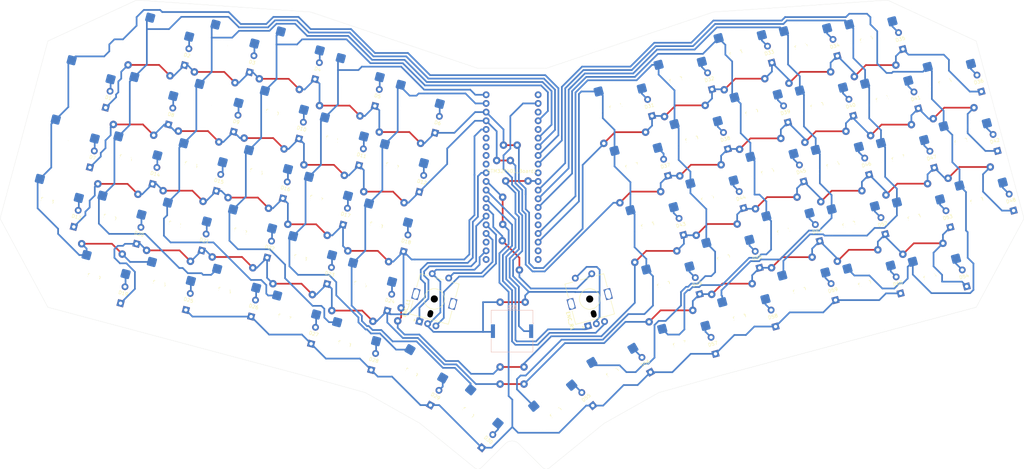
<source format=kicad_pcb>
(kicad_pcb (version 20241229) (generator "pcbnew") (generator_version "9.0")
  (layers (0 "F.Cu" signal) (2 "B.Cu" signal) (13 "F.Paste" user) (15 "B.Paste" user) (5 "F.SilkS" user "F.Silkscreen") (7 "B.SilkS" user "B.Silkscreen") (1 "F.Mask" user) (3 "B.Mask" user) (25 "Edge.Cuts" user))
  (net 0 "")
  (net 1 "/buzz")
  (net 2 "GND")
  (net 3 "/row0")
  (net 4 "Net-(D1-A)")
  (net 5 "Net-(D2-A)")
  (net 6 "Net-(D3-A)")
  (net 7 "Net-(D4-A)")
  (net 8 "Net-(D5-A)")
  (net 9 "Net-(D6-A)")
  (net 10 "Net-(D7-A)")
  (net 11 "/row1")
  (net 12 "Net-(D8-A)")
  (net 13 "Net-(D9-A)")
  (net 14 "Net-(D10-A)")
  (net 15 "Net-(D11-A)")
  (net 16 "Net-(D12-A)")
  (net 17 "/row2")
  (net 18 "Net-(D13-A)")
  (net 19 "Net-(D14-A)")
  (net 20 "Net-(D15-A)")
  (net 21 "Net-(D16-A)")
  (net 22 "Net-(D17-A)")
  (net 23 "Net-(D18-A)")
  (net 24 "/row3")
  (net 25 "Net-(D19-A)")
  (net 26 "Net-(D20-A)")
  (net 27 "Net-(D21-A)")
  (net 28 "Net-(D22-A)")
  (net 29 "Net-(D23-A)")
  (net 30 "Net-(D24-A)")
  (net 31 "/row4")
  (net 32 "Net-(D25-A)")
  (net 33 "Net-(D26-A)")
  (net 34 "Net-(D27-A)")
  (net 35 "Net-(D28-A)")
  (net 36 "Net-(D29-A)")
  (net 37 "Net-(D30-A)")
  (net 38 "Net-(D31-A)")
  (net 39 "Net-(D32-A)")
  (net 40 "Net-(D33-A)")
  (net 41 "Net-(D34-A)")
  (net 42 "Net-(D35-A)")
  (net 43 "Net-(D36-A)")
  (net 44 "Net-(D37-A)")
  (net 45 "Net-(D38-A)")
  (net 46 "Net-(D39-A)")
  (net 47 "Net-(D40-A)")
  (net 48 "Net-(D41-A)")
  (net 49 "Net-(D42-A)")
  (net 50 "Net-(D43-A)")
  (net 51 "Net-(D44-A)")
  (net 52 "Net-(D45-A)")
  (net 53 "Net-(D46-A)")
  (net 54 "Net-(D47-A)")
  (net 55 "Net-(D48-A)")
  (net 56 "Net-(D49-A)")
  (net 57 "Net-(D50-A)")
  (net 58 "Net-(D51-A)")
  (net 59 "Net-(D52-A)")
  (net 60 "Net-(D53-A)")
  (net 61 "Net-(D54-A)")
  (net 62 "Net-(D55-A)")
  (net 63 "Net-(D56-A)")
  (net 64 "Net-(D57-A)")
  (net 65 "Net-(D58-A)")
  (net 66 "Net-(D59-A)")
  (net 67 "Net-(D60-A)")
  (net 68 "/ENC_L_a")
  (net 69 "/ENC_L_push")
  (net 70 "/ENC_L_b")
  (net 71 "/ENC_R_b")
  (net 72 "/ENC_R_a")
  (net 73 "/ENC_R_push")
  (net 81 "/col1")
  (net 82 "/col0")
  (net 90 "/col2")
  (net 91 "/col3")
  (net 92 "/col4")
  (net 93 "/col5")
  (net 94 "/col6")
  (net 95 "/col7")
  (net 96 "/col8")
  (net 97 "/col9")
  (net 98 "/col10")
  (net 99 "/col11")
  (footprint "ftvkyo:D_1N4148_TH" (layer "F.Cu") (at 55.973541 17.440936 -15)
    (property "Reference" "D2")
    (property "Value" "D")
  )
  (footprint "ftvkyo:D_1N4148_TH" (layer "F.Cu") (at 70.367427 36.940839 -15)
    (property "Reference" "D9")
    (property "Value" "D")
  )
  (footprint "ftvkyo:Kailh Choc v1 socket with switch" (layer "F.Cu") (at 180.981742 110.33197 30)
    (property "Reference" "SW56")
    (property "Value" "SW_Push")
  )
  (footprint "ftvkyo:D_1N4148_TH" (layer "F.Cu") (at 110.684167 106.738475 -15)
    (property "Reference" "D28")
    (property "Value" "D")
  )
  (footprint "ftvkyo:Kailh Choc v1 socket with switch" (layer "F.Cu") (at 76.269429 51.570466 -15)
    (property "Reference" "SW16")
    (property "Value" "SW_Push")
  )
  (footprint "ftvkyo:D_1N4148_TH" (layer "F.Cu") (at 264.509707 84.301008 15)
    (property "Reference" "D60")
    (property "Value" "D")
  )
  (footprint "ftvkyo:D_1N4148_TH" (layer "F.Cu") (at 93.078805 99.067897 -15)
    (property "Reference" "D27")
    (property "Value" "D")
  )
  (footprint "ftvkyo:Kailh Choc v1 socket with switch" (layer "F.Cu") (at 218.06586 94.183653 15)
    (property "Reference" "SW58")
    (property "Value" "SW_Push")
  )
  (footprint "ftvkyo:Kailh Choc v1 socket with switch" (layer "F.Cu") (at 269.241346 64.94208 15)
    (property "Reference" "SW53")
    (property "Value" "SW_Push")
  )
  (footprint "ftvkyo:D_1N4148_TH" (layer "F.Cu") (at 297.616903 60.048063 15)
    (property "Reference" "D48")
    (property "Value" "D")
  )
  (footprint "ftvkyo:D_1N4148_TH" (layer "F.Cu") (at 269.721331 30.111489 15)
    (property "Reference" "D41")
    (property "Value" "D")
  )
  (footprint "ftvkyo:Kailh Choc v1 socket with switch" (layer "F.Cu") (at 186.513499 49.838998 15)
    (property "Reference" "SW37")
    (property "Value" "SW_Push")
  )
  (footprint "ftvkyo:D_1N4148_TH" (layer "F.Cu") (at 46.612751 52.241555 -15)
    (property "Reference" "D14")
    (property "Value" "D")
  )
  (footprint "ftvkyo:D_1N4148_TH" (layer "F.Cu") (at 28.268056 47.389684 -15)
    (property "Reference" "D7")
    (property "Value" "D")
  )
  (footprint "ftvkyo:D_1N4148_TH" (layer "F.Cu") (at 124.777699 54.569305 -15)
    (property "Reference" "D12")
    (property "Value" "D")
  )
  (footprint "ftvkyo:Kailh Choc v1 socket with switch" (layer "F.Cu") (at 66.951943 86.343796 -15)
    (property "Reference" "SW26")
    (property "Value" "SW_Push")
  )
  (footprint "ftvkyo:D_1N4148_TH" (layer "F.Cu") (at 102.435986 64.180631 -15)
    (property "Reference" "D17")
    (property "Value" "D")
  )
  (footprint "ftvkyo:D_1N4148_TH" (layer "F.Cu") (at 213.906379 41.984989 15)
    (property "Reference" "D38")
    (property "Value" "D")
  )
  (footprint "ftvkyo:Kailh Choc v1 socket with switch" (layer "F.Cu") (at 213.407118 76.796988 15)
    (property "Reference" "SW50")
    (property "Value" "SW_Push")
  )
  (footprint "ftvkyo:Kailh Choc v1 socket with switch" (layer "F.Cu") (at 245.453555 49.575199 15)
    (property "Reference" "SW46")
    (property "Value" "SW_Push")
  )
  (footprint "ftvkyo:D_1N4148_TH" (layer "F.Cu") (at 205.643825 84.520019 15)
    (property "Reference" "D49")
    (property "Value" "D")
  )
  (footprint "ftvkyo:D_1N4148_TH" (layer "F.Cu") (at 89.520766 38.974004 -15)
    (property "Reference" "D10")
    (property "Value" "D")
  )
  (footprint "ftvkyo:D_1N4148_TH" (layer "F.Cu") (at 56.389416 89.156216 -15)
    (property "Reference" "D25")
    (property "Value" "D")
  )
  (footprint "ftvkyo:Kailh Choc v1 socket with switch" (layer "F.Cu") (at 138.153053 121.986493 -40)
    (property "Reference" "SW30")
    (property "Value" "SW_Push")
  )
  (footprint "ftvkyo:Kailh Choc v1 socket with switch" (layer "F.Cu") (at 42.670077 30.144232 -15)
    (property "Reference" "SW8")
    (property "Value" "SW_Push")
  )
  (footprint "ftvkyo:Kailh Choc v1 socket with switch" (layer "F.Cu") (at 80.928172 34.183801 -15)
    (property "Reference" "SW10")
    (property "Value" "SW_Push")
  )
  (footprint "ftvkyo:D_1N4148_TH" (layer "F.Cu") (at 37.25918 87.192364 -15)
    (property "Reference" "D19")
    (property "Value" "D")
  )
  (footprint "ftvkyo:D_1N4148_TH" (layer "F.Cu") (at 107.103024 46.783207 -15)
    (property "Reference" "D11")
    (property "Value" "D")
  )
  (footprint "ftvkyo:D_1N4148_TH" (layer "F.Cu") (at 65.308927 54.283666 -15)
    (property "Reference" "D15")
    (property "Value" "D")
  )
  (footprint "ftvkyo:Kailh Choc v1 socket with switch" (layer "F.Cu") (at 98.504305 41.99914 -15)
    (property "Reference" "SW11")
    (property "Value" "SW_Push")
  )
  (footprint "ftvkyo:D_1N4148_TH" (layer "F.Cu") (at 75.034465 19.497206 -15)
    (property "Reference" "D3")
    (property "Value" "D")
  )
  (footprint "ftvkyo:Kailh Choc v1 socket with switch" (layer "F.Cu") (at 235.641994 86.368314 15)
    (property "Reference" "SW59")
    (property "Value" "SW_Push")
  )
  (footprint "ftvkyo:Kailh Choc v1 socket with switch" (layer "F.Cu") (at 255.265118 12.782086 15)
    (property "Reference" "SW35")
    (property "Value" "SW_Push")
  )
  (footprint "ftvkyo:D_1N4148_TH" (layer "F.Cu") (at 209.251966 24.507196 15)
    (property "Reference" "D32")
    (property "Value" "D")
  )
  (footprint "ftvkyo:Kailh Choc v1 socket with switch" (layer "F.Cu") (at 236.136071 14.80187 15)
    (property "Reference" "SW34")
    (property "Value" "SW_Push")
  )
  (footprint "ftvkyo:D_1N4148_TH" (layer "F.Cu") (at 191.679185 32.31521 15)
    (property "Reference" "D31")
    (property "Value" "D")
  )
  (footprint "Rotary_Encoder:RotaryEncoder_Alps_EC11E-Switch_Vertical_H20mm_MountingHoles" (layer "F.Cu") (at 124.175002 94.947372 75)
    (property "Reference" "ENC_L1")
    (property "Value" "RotaryEncoder_Switch")
  )
  (footprint "ftvkyo:STM32F401_Board" (layer "F.Cu") (at 151.338927 51.383666)
    (property "Reference" "STM32F401_Board1")
    (property "Value" "~")
  )
  (footprint "ftvkyo:Kailh Choc v1 socket with switch" (layer "F.Cu") (at 164.440884 122.011012 40)
    (property "Reference" "SW55")
    (property "Value" "SW_Push")
  )
  (footprint "ftvkyo:D_1N4148_TH" (layer "F.Cu") (at 227.86987 94.015773 15)
    (property "Reference" "D58")
    (property "Value" "D")
  )
  (footprint "ftvkyo:Kailh Choc v1 socket with switch" (layer "F.Cu") (at 47.822895 84.324011 -15)
    (property "Reference" "SW25")
    (property "Value" "SW_Push")
  )
  (footprint "ftvkyo:D_1N4148_TH" (layer "F.Cu") (at 223.204971 76.805466 15)
    (property "Reference" "D50")
    (property "Value" "D")
  )
  (footprint "ftvkyo:Kailh Choc v1 socket with switch" (layer "F.Cu") (at 195.830983 84.612327 15)
    (property "Reference" "SW49")
    (property "Value" "SW_Push")
  )
  (footprint "ftvkyo:D_1N4148_TH" (layer "F.Cu") (at 41.922609 69.777604 -15)
    (property "Reference" "D20")
    (property "Value" "D")
  )
  (footprint "ftvkyo:D_1N4148_TH" (layer "F.Cu") (at 245.442499 86.271135 15)
    (property "Reference" "D59")
    (property "Value" "D")
  )
  (footprint "ftvkyo:D_1N4148_TH" (layer "F.Cu") (at 283.871393 82.25814 15)
    (property "Reference" "D54")
    (property "Value" "D")
  )
  (footprint "ftvkyo:D_1N4148_TH" (layer "F.Cu") (at 231.517155 34.176975 15)
    (property "Reference" "D39")
    (property "Value" "D")
  )
  (footprint "Rotary_Encoder:RotaryEncoder_Alps_EC11E-Switch_Vertical_H20mm_MountingHoles" (layer "F.Cu") (at 173.589305 96.265986 105)
    (property "Reference" "ENC_R1")
    (property "Value" "RotaryEncoder_Switch")
  )
  (footprint "ftvkyo:Kailh Choc v1 socket with switch" (layer "F.Cu") (at 254.771042 84.348529 15)
    (property "Reference" "SW60")
    (property "Value" "SW_Push")
  )
  (footprint "ftvkyo:D_1N4148_TH" (layer "F.Cu") (at 129.370258 37.263706 -15)
    (property "Reference" "D6")
    (property "Value" "D")
  )
  (footprint "ftvkyo:Kailh Choc v1 socket with switch" (layer "F.Cu") (at 278.276452 25.251189 15)
    (property "Reference" "SW36")
    (property "Value" "SW_Push")
  )
  (footprint "ftvkyo:Kailh Choc v1 socket with switch" (layer "F.Cu") (at 250.112298 66.961865 15)
    (property "Reference" "SW52")
    (property "Value" "SW_Push")
  )
  (footprint "ftvkyo:D_1N4148_TH" (layer "F.Cu") (at 265.199902 12.728684 15)
    (property "Reference" "D35")
    (property "Value" "D")
  )
  (footprint "ftvkyo:Kailh Choc v1 socket with switch" (layer "F.Cu") (at 199.430888 24.636993 15)
    (property "Reference" "SW32")
    (property "Value" "SW_Push")
  )
  (footprint "ftvkyo:D_1N4148_TH" (layer "F.Cu") (at 61.03335 71.735687 -15)
    (property "Reference" "D21")
    (property "Value" "D")
  )
  (footprint "ftvkyo:D_1N4148_TH" (layer "F.Cu") (at 128.645753 117.293072 -30)
    (property "Reference" "D29")
    (property "Value" "D")
  )
  (footprint "ftvkyo:D_1N4148_TH" (layer "F.Cu") (at 218.517426 59.300773 15)
    (property "Reference" "D44")
    (property "Value" "D")
  )
  (footprint "ftvkyo:Kailh Choc v1 socket with switch" (layer "F.Cu") (at 24.317485 25.22667 -15)
    (property "Reference" "SW1")
    (property "Value" "SW_Push")
  )
  (footprint "ftvkyo:Kailh Choc v1 socket with switch" (layer "F.Cu") (at 111.421697 67.201144 -15)
    (property "Reference" "SW18")
    (property "Value" "SW_Push")
  )
  (footprint "ftvkyo:Kailh Choc v1 socket with switch" (layer "F.Cu") (at 106.762953 84.587808 -15)
    (property "Reference" "SW24")
    (property "Value" "SW_Push")
  )
  (footprint "ftvkyo:D_1N4148_TH" (layer "F.Cu") (at 255.293135 49.495427 15)
    (property "Reference" "D46")
    (property "Value" "D")
  )
  (footprint "ftvkyo:D_1N4148_TH" (layer "F.Cu") (at 111.770062 29.385782 -15)
    (property "Reference" "D5")
    (property "Value" "D")
  )
  (footprint "ftvkyo:Kailh Choc v1 socket with switch" (layer "F.Cu") (at 181.854756 32.452333 15)
    (property "Reference" "SW31")
    (property "Value" "SW_Push")
  )
  (footprint "ftvkyo:Kailh Choc v1 socket with switch" (layer "F.Cu") (at 47.328819 12.757567 -15)
    (property "Reference" "SW2")
    (property "Value" "SW_Push")
  )
  (footprint "ftvkyo:Kailh Choc v1 socket with switch" (layer "F.Cu") (at 282.935195 42.637853 15)
    (property "Reference" "SW42")
    (property "Value" "SW_Push")
  )
  (footprint "ftvkyo:Kailh Choc v1 socket with switch" (layer "F.Cu") (at 230.98325 68.981649 15)
    (property "Reference" "SW51")
    (property "Value" "SW_Push")
  )
  (footprint "ftvkyo:D_1N4148_TH" (layer "F.Cu") (at 144.056221 130.023458 -40)
    (property "Reference" "D30")
    (property "Value" "D")
  )
  (footprint "ftvkyo:Kailh Choc v1 socket with switch" (layer "F.Cu") (at 93.845562 59.385805 -15)
    (property "Reference" "SW17")
    (property "Value" "SW_Push")
  )
  (footprint "ftvkyo:Kailh Choc v1 socket with switch" (layer "F.Cu") (at 217.007023 16.821654 15)
    (property "Reference" "SW33")
    (property "Value" "SW_Push")
  )
  (footprint "ftvkyo:Kailh Choc v1 socket with switch" (layer "F.Cu") (at 52.481638 66.937346 -15)
    (property "Reference" "SW21")
    (property "Value" "SW_Push")
  )
  (footprint "ftvkyo:D_1N4148_TH" (layer "F.Cu") (at 80.186689 73.815061 -15)
    (property "Reference" "D22")
    (property "Value" "D")
  )
  (footprint "ftvkyo:D_1N4148_TH" (layer "F.Cu") (at 120.156869 72.012937 -15)
    (property "Reference" "D18")
    (property "Value" "D")
  )
  (footprint "ftvkyo:Kailh Choc v1 socket with switch" (layer "F.Cu") (at 15 60 -15)
    (property "Reference" "SW13")
    (property "Value" "SW_Push")
  )
  (footprint "ftvkyo:D_1N4148_TH" (layer "F.Cu") (at 75.496548 91.096965 -15)
    (property "Reference" "D26")
    (property "Value" "D")
  )
  (footprint "ftvkyo:Kailh Choc v1 socket with switch" (layer "F.Cu") (at 61.799124 32.164016 -15)
    (property "Reference" "SW9")
    (property "Value" "SW_Push")
  )
  (footprint "ftvkyo:Kailh Choc v1 socket with switch" (layer "F.Cu") (at 259.92386 30.168751 15)
    (property "Reference" "SW41")
    (property "Value" "SW_Push")
  )
  (footprint "ftvkyo:D_1N4148_TH" (layer "F.Cu") (at 196.371593 49.830999 15)
    (property "Reference" "D37")
    (property "Value" "D")
  )
  (footprint "ftvkyo:D_1N4148_TH" (layer "F.Cu") (at 236.157991 51.510845 15)
    (property "Reference" "D45")
    (property "Value" "D")
  )
  (footprint "ftvkyo:Kailh Choc v1 socket with switch" (layer "F.Cu") (at 28.693849 82.304227 -15)
    (property "Reference" "SW19")
    (property "Value" "SW_Push")
  )
  (footprint "ftvkyo:Kailh Choc v1 socket with switch" (layer "F.Cu") (at 38.011333 47.530897 -15)
    (property "Reference" "SW14")
    (property "Value" "SW_Push")
  )
  (footprint "ftvkyo:Kailh Choc v1 socket with switch" (layer "F.Cu") (at 240.794813 32.188535 15)
    (property "Reference" "SW40")
    (property "Value" "SW_Push")
  )
  (footprint "ftvkyo:D_1N4148_TH" (layer "F.Cu") (at 292.906713 42.566014 15)
    (property "Reference" "D42")
    (property "Value" "D")
  )
  (footprint "ftvkyo:D_1N4148_TH" (layer "F.Cu") (at 250.666737 32.258218 15)
    (property "Reference" "D40")
    (property "Value" "D")
  )
  (footprint "ftvkyo:D_1N4148_TH" (layer "F.Cu") (at 51.260295 34.838361 -15)
    (property "Reference" "D8")
    (property "Value" "D")
  )
  (footprint "ftvkyo:D_1N4148_TH" (layer "F.Cu") (at 200.899507 67.158637 15)
    (property "Reference" "D43")
    (property "Value" "D")
  )
  (footprint "ftvkyo:Kailh Choc v1 socket with switch" (layer "F.Cu") (at 103.163049 24.612475 -15)
    (property "Reference" "SW5")
    (property "Value" "SW_Push")
  )
  (footprint "ftvkyo:Kailh Choc v1 socket with switch" (layer "F.Cu") (at 85.586915 16.797136 -15)
    (property "Reference" "SW4")
    (property "Value" "SW_Push")
  )
  (footprint "ftvkyo:D_1N4148_TH" (layer "F.Cu") (at 94.210908 21.530371 -15)
    (property "Reference" "D4")
    (property "Value" "D")
  )
  (footprint "ftvkyo:D_1N4148_TH" (layer "F.Cu") (at 279.093178 64.916768 15)
    (property "Reference" "D53")
    (property "Value" "D")
  )
  (footprint "ftvkyo:D_1N4148_TH" (layer "F.Cu") (at 288.186999 25.172112 15)
    (property "Reference" "D36")
    (property "Value" "D")
  )
  (footprint "ftvkyo:D_1N4148_TH" (layer "F.Cu") (at 115.397414 89.387258 -15)
    (property "Reference" "D24")
    (property "Value" "D")
  )
  (footprint "ftvkyo:Kailh Choc v1 socket with switch" (layer "F.Cu") (at 208.748375 59.410323 15)
    (property "Reference" "SW44")
    (property "Value" "SW_Push")
  )
  (footprint "ftvkyo:Kailh Choc v1 socket with switch" (layer "F.Cu") (at 200.489727 101.998992 15)
    (property "Reference" "SW57")
    (property "Value" "SW_Push")
  )
  (footprint "ftvkyo:Kailh Choc v1 socket with switch" (layer "F.Cu") (at 121.612196 110.307452 -30)
    (property "Reference" "SW29")
    (property "Value" "SW_Push")
  )
  (footprint "ftvkyo:Kailh Choc v1 socket with switch" (layer "F.Cu") (at 84.528077 94.159134 -15)
    (property "Reference" "SW27")
    (property "Value" "SW_Push")
  )
  (footprint "ftvkyo:Kailh Choc v1 socket with switch" (layer "F.Cu") (at 287.593938 60.024518 15)
    (property "Reference" "SW48")
    (property "Value" "SW_Push")
  )
  (footprint "ftvkyo:Kailh Choc v1 socket with switch" (layer "F.Cu") (at 66.457867 14.777351 -15)
    (property "Reference" "SW3")
    (property "Value" "SW_Push")
  )
  (footprint "ftvkyo:D_1N4148_TH" (layer "F.Cu") (at 173.352437 117.678227 40)
    (property "Reference" "D55")
    (property "Value" "D")
  )
  (footprint "ftvkyo:Kailh Choc v1 socket with switch" (layer "F.Cu") (at 116.080439 49.814479 -15)
    (property "Reference" "SW12")
    (property "Value" "SW_Push")
  )
  (footprint "ftvkyo:Kailh Choc v1 socket with switch" (layer "F.Cu") (at 221.665766 34.208319 15)
    (property "Reference" "SW39")
    (property "Value" "SW_Push")
  )
  (footprint "ftvkyo:Kailh Choc v1 socket with switch" (layer "F.Cu") (at 264.582603 47.555416 15)
    (property "Reference" "SW47")
    (property "Value" "SW_Push")
  )
  (footprint "ftvkyo:Kailh Choc v1 socket with switch" (layer "F.Cu") (at 273.900089 82.328745 15)
    (property "Reference" "SW54")
    (property "Value" "SW_Push")
  )
  (footprint "ftvkyo:D_1N4148_TH" (layer "F.Cu") (at 245.993327 14.723432 15)
    (property "Reference" "D34")
    (property "Value" "D")
  )
  (footprint "ftvkyo:D_1N4148_TH" (layer "F.Cu") (at 23.55481 64.810213 -15)
    (property "Reference" "D13")
    (property "Value" "D")
  )
  (footprint "ftvkyo:Kailh Choc v1 socket with switch" (layer "F.Cu") (at 191.17224 67.225663 15)
    (property "Reference" "SW43")
    (property "Value" "SW_Push")
  )
  (footprint "ftvkyo:Kailh Choc v1 socket with switch" (layer "F.Cu") (at 89.18682 76.77247 -15)
    (property "Reference" "SW23")
    (property "Value" "SW_Push")
  )
  (footprint "ftvkyo:D_1N4148_TH" (layer "F.Cu") (at 240.82289 68.970247 15)
    (property "Reference" "D51")
    (property "Value" "D")
  )
  (footprint "ftvkyo:Kailh Choc v1 socket with switch" (layer "F.Cu") (at 204.089631 42.023659 15)
    (property "Reference" "SW38")
    (property "Value" "SW_Push")
  )
  (footprint "ftvkyo:D_1N4148_TH" (layer "F.Cu") (at 260.048614 66.932186 15)
    (property "Reference" "D52")
    (property "Value" "D")
  )
  (footprint "ftvkyo:D_1N4148_TH" (layer "F.Cu") (at 32.892495 29.894073 -15)
    (property "Reference" "D1")
    (property "Value" "D")
  )
  (footprint "ftvkyo:D_1N4148_TH" (layer "F.Cu") (at 84.80391 56.469615 -15)
    (property "Reference" "D16")
    (property "Value" "D")
  )
  (footprint "ftvkyo:D_1N4148_TH" (layer "F.Cu") (at 210.274595 102.009508 15)
    (property "Reference" "D57")
    (property "Value" "D")
  )
  (footprint "ftvkyo:Kailh Choc v1 socket with switch" (layer "F.Cu") (at 57.140382 49.550681 -15)
    (property "Reference" "SW15")
    (property "Value" "SW_Push")
  )
  (footprint "ftvkyo:D_1N4148_TH" (layer "F.Cu") (at 97.745843 81.531847 -15)
    (property "Reference" "D23")
    (property "Value" "D")
  )
  (footprint "ftvkyo:Kailh Choc v1 socket with switch" (layer "F.Cu") (at 33.35259 64.917562 -15)
    (property "Reference" "SW20")
    (property "Value" "SW_Push")
  )
  (footprint "ftvkyo:D_1N4148_TH" (layer "F.Cu") (at 226.80575 16.699182 15)
    (property "Reference" "D33")
    (property "Value" "D")
  )
  (footprint "ftvkyo:Kailh Choc v1 socket with switch" (layer "F.Cu") (at 120.739182 32.427814 -15)
    (property "Reference" "SW6")
    (property "Value" "SW_Push")
  )
  (footprint "ftvkyo:Kailh Choc v1 socket with switch" (layer "F.Cu") (at 102.10421 101.974474 -15)
    (property "Reference" "SW28")
    (property "Value" "SW_Push")
  )
  (footprint "ftvkyo:Kailh Choc v1 socket with switch" (layer "F.Cu") (at 19.658743 42.613335 -15)
    (property "Reference" "SW7")
    (property "Value" "SW_Push")
  )
  (footprint "ftvkyo:D_1N4148_TH" (layer "F.Cu") (at 190.622215 107.646484 30)
    (property "Reference" "D56")
    (property "Value" "D")
  )
  (footprint "ftvkyo:D_1N4148_TH" (layer "F.Cu") (at 274.382988 47.48001 15)
    (property "Reference" "D47")
    (property "Value" "D")
  )
  (footprint "ftvkyo:Kailh Choc v1 socket with switch" (layer "F.Cu") (at 71.610686 68.95713 -15)
    (property "Reference" "SW22")
    (property "Value" "SW_Push")
  )
  (footprint "ftvkyo:Kailh Choc v1 socket with switch" (layer "F.Cu") (at 226.324507 51.594984 15)
    (property "Reference" "SW45")
    (property "Value" "SW_Push")
  )
  (footprint "Buzzer_Beeper:Buzzer_Murata_PKLCS1212E" (layer "B.Cu") (at 151.308927 97.783666 180)
    (property "Reference" "BZ1")
    (property "Value" "Buzzer")
  )
  (gr_line (start 41.308927 0.783666) (end 92.308927 4.283666) (stroke (width 0.05)) (layer "Edge.Cuts"))
  (gr_line (start 90.308927 110.783666) (end 15.308927 90.783666) (stroke (width 0.05)) (layer "Edge.Cuts"))
  (gr_line (start 124.308927 124.783666) (end 108.308927 115.783666) (stroke (width 0.05)) (layer "Edge.Cuts"))
  (gr_arc (start 142.308927 137.783666) (mid 141.308927 138.19788) (end 140.308927 137.783666) (stroke (width 0.05)) (layer "Edge.Cuts"))
  (gr_line (start 92.308927 4.283666) (end 141.308927 20.783666) (stroke (width 0.05)) (layer "Edge.Cuts"))
  (gr_line (start 162.308927 137.783666) (end 178.308927 124.783666) (stroke (width 0.05)) (layer "Edge.Cuts"))
  (gr_line (start 301.308927 64.783666) (end 287.308927 12.783666) (stroke (width 0.05)) (layer "Edge.Cuts"))
  (gr_line (start 140.308927 137.783666) (end 124.308927 124.783666) (stroke (width 0.05)) (layer "Edge.Cuts"))
  (gr_line (start 212.308927 110.783666) (end 287.308927 90.783666) (stroke (width 0.05)) (layer "Edge.Cuts"))
  (gr_line (start 149.308928 130.783666) (end 142.308927 137.783666) (stroke (width 0.05)) (layer "Edge.Cuts"))
  (gr_line (start 301.308927 64.783666) (end 287.308927 90.783666) (stroke (width 0.05)) (layer "Edge.Cuts"))
  (gr_line (start 178.308927 124.783666) (end 194.308927 115.783666) (stroke (width 0.05)) (layer "Edge.Cuts"))
  (gr_line (start 1.308927 64.783666) (end 15.308927 90.783666) (stroke (width 0.05)) (layer "Edge.Cuts"))
  (gr_line (start 210.308927 4.283666) (end 161.308927 20.783666) (stroke (width 0.05)) (layer "Edge.Cuts"))
  (gr_line (start 15.308927 12.783666) (end 41.308927 0.783666) (stroke (width 0.05)) (layer "Edge.Cuts"))
  (gr_line (start 161.308927 20.783666) (end 141.308927 20.783666) (stroke (width 0.05)) (layer "Edge.Cuts"))
  (gr_line (start 287.308927 12.783666) (end 261.308927 0.783666) (stroke (width 0.05)) (layer "Edge.Cuts"))
  (gr_line (start 153.308927 130.783666) (end 160.308927 137.783666) (stroke (width 0.05)) (layer "Edge.Cuts"))
  (gr_arc (start 149.308927 130.783666) (mid 151.308927 129.955239) (end 153.308927 130.783666) (stroke (width 0.05)) (layer "Edge.Cuts"))
  (gr_line (start 261.308927 0.783666) (end 210.308927 4.283666) (stroke (width 0.05)) (layer "Edge.Cuts"))
  (gr_line (start 108.308927 115.783666) (end 90.308927 110.783666) (stroke (width 0.05)) (layer "Edge.Cuts"))
  (gr_arc (start 162.308927 137.783666) (mid 161.308927 138.19788) (end 160.308927 137.783666) (stroke (width 0.05)) (layer "Edge.Cuts"))
  (gr_line (start 194.308927 115.783666) (end 212.308927 110.783666) (stroke (width 0.05)) (layer "Edge.Cuts"))
  (gr_line (start 1.308927 64.783666) (end 15.308927 12.783666) (stroke (width 0.05)) (layer "Edge.Cuts"))
  (segment (start 156 53.783666) (end 149.458927 53.783666) (width 0.5) (layer "F.Cu") (net 1))
  (segment (start 158.818927 53.783666) (end 158.958927 53.923666) (width 0.5) (layer "F.Cu") (net 1))
  (via (at 156 53.783666) (size 2.2) (drill 1) (layers "F.Cu" "B.Cu") (net 1))
  (via (at 149.458927 53.783666) (size 2.2) (drill 1) (layers "F.Cu" "B.Cu") (net 1))
  (segment (start 153.308927 73.783666) (end 153.310427 73.785166) (width 0.5) (layer "B.Cu") (net 1))
  (segment (start 152.308927 57.283666) (end 152.308927 63.283666) (width 0.5) (layer "B.Cu") (net 1))
  (segment (start 149.458927 54.433666) (end 152.308927 57.283666) (width 0.5) (layer "B.Cu") (net 1))
  (segment (start 154.808927 97.783666) (end 156.908927 97.783666) (width 0.5) (layer "B.Cu") (net 1))
  (segment (start 158.818927 53.783666) (end 158.958927 53.923666) (width 0.5) (layer "B.Cu") (net 1))
  (segment (start 153.310427 73.785166) (end 150.611927 76.483666) (width 0.5) (layer "B.Cu") (net 1))
  (segment (start 153.308927 64.283666) (end 153.308927 73.783666) (width 0.5) (layer "B.Cu") (net 1))
  (segment (start 150.611927 82.081666) (end 153.311927 84.781666) (width 0.5) (layer "B.Cu") (net 1))
  (segment (start 149.458927 53.783666) (end 149.458927 54.433666) (width 0.5) (layer "B.Cu") (net 1))
  (segment (start 153.311927 84.781666) (end 153.311927 96.286666) (width 0.5) (layer "B.Cu") (net 1))
  (segment (start 150.611927 76.483666) (end 150.611927 82.081666) (width 0.5) (layer "B.Cu") (net 1))
  (segment (start 156 53.783666) (end 158.818927 53.783666) (width 0.5) (layer "B.Cu") (net 1))
  (segment (start 152.308927 63.283666) (end 153.308927 64.283666) (width 0.5) (layer "B.Cu") (net 1))
  (segment (start 153.311927 96.286666) (end 154.808927 97.783666) (width 0.5) (layer "B.Cu") (net 1))
  (segment (start 147.808927 89.283666) (end 155.161927 89.283666) (width 0.5) (layer "F.Cu") (net 2))
  (via (at 147.808927 89.283666) (size 2.2) (drill 1) (layers "F.Cu" "B.Cu") (net 2))
  (via (at 155.161927 89.283666) (size 2.2) (drill 1) (layers "F.Cu" "B.Cu") (net 2))
  (segment (start 154.309927 74.286666) (end 154.309927 63.869038) (width 0.5) (layer "B.Cu") (net 2))
  (segment (start 142.808927 97.992467) (end 145.500126 97.992467) (width 0.5) (layer "B.Cu") (net 2))
  (segment (start 169.808927 86.283666) (end 169.839151 86.31389) (width 0.5) (layer "B.Cu") (net 2))
  (segment (start 141.808927 78.283666) (end 140.308927 79.783666) (width 0.5) (layer "B.Cu") (net 2))
  (segment (start 153.309927 56.869038) (end 151.308927 54.868038) (width 0.5) (layer "B.Cu") (net 2))
  (segment (start 129.08566 79.783666) (end 127.927878 80.941448) (width 0.5) (layer "B.Cu") (net 2))
  (segment (start 176.139331 78.953261) (end 176.969736 79.783666) (width 0.5) (layer "B.Cu") (net 2))
  (segment (start 151.308927 54.868038) (end 151.308927 52.783666) (width 0.5) (layer "B.Cu") (net 2))
  (segment (start 176.969736 91.897246) (end 176.969736 93.700368) (width 0.5) (layer "B.Cu") (net 2))
  (segment (start 130.308927 83.322497) (end 130.308927 92.319978) (width 0.5) (layer "B.Cu") (net 2))
  (segment (start 151.612927 81.667038) (end 151.612927 76.983666) (width 0.5) (layer "B.Cu") (net 2))
  (segment (start 154.309927 63.869038) (end 153.309927 62.869038) (width 0.5) (layer "B.Cu") (net 2))
  (segment (start 128.279343 97.992467) (end 142.808927 97.992467) (width 0.5) (layer "B.Cu") (net 2))
  (segment (start 140.308927 79.783666) (end 129.08566 79.783666) (width 0.5) (layer "B.Cu") (net 2))
  (segment (start 154.528927 31.063666) (end 158.958927 31.063666) (width 0.5) (layer "B.Cu") (net 2))
  (segment (start 176.939512 86.31389) (end 176.969736 86.283666) (width 0.5) (layer "B.Cu") (net 2))
  (segment (start 148.808927 50.283666) (end 148.808927 46.283666) (width 0.5) (layer "B.Cu") (net 2))
  (segment (start 142.808927 89.283666) (end 147.808927 89.283666) (width 0.5) (layer "B.Cu") (net 2))
  (segment (start 150.808927 34.783666) (end 154.528927 31.063666) (width 0.5) (layer "B.Cu") (net 2))
  (segment (start 173.14323 78.953261) (end 176.139331 78.953261) (width 0.5) (layer "B.Cu") (net 2))
  (segment (start 176.004121 94.665983) (end 176.969736 93.700368) (width 0.5) (layer "B.Cu") (net 2))
  (segment (start 130.308927 92.319978) (end 127.034485 95.59442) (width 0.5) (layer "B.Cu") (net 2))
  (segment (start 155.161927 89.283666) (end 155.161927 87.351294) (width 0.5) (layer "B.Cu") (net 2))
  (segment (start 145.500126 97.992467) (end 145.708927 97.783666) (width 0.5) (layer "B.Cu") (net 2))
  (segment (start 143.718927 74.243666) (end 141.808927 76.153666) (width 0.5) (layer "B.Cu") (net 2))
  (segment (start 151.308927 52.783666) (end 148.808927 50.283666) (width 0.5) (layer "B.Cu") (net 2))
  (segment (start 126.589818 96.302942) (end 128.279343 97.992467) (width 0.5) (layer "B.Cu") (net 2))
  (segment (start 141.808927 76.153666) (end 141.808927 78.283666) (width 0.5) (layer "B.Cu") (net 2))
  (segment (start 126.589818 95.59442) (end 126.589818 96.302942) (width 0.5) (layer "B.Cu") (net 2))
  (segment (start 169.808927 86.283666) (end 169.808927 86.31389) (width 0.5) (layer "B.Cu") (net 2))
  (segment (start 169.839151 86.31389) (end 176.939512 86.31389) (width 0.5) (layer "B.Cu") (net 2))
  (segment (start 151.612927 76.983666) (end 154.309927 74.286666) (width 0.5) (layer "B.Cu") (net 2))
  (segment (start 142.808927 97.992467) (end 142.808927 89.283666) (width 0.5) (layer "B.Cu") (net 2))
  (segment (start 176.969736 93.700368) (end 176.969736 86.283666) (width 0.5) (layer "B.Cu") (net 2))
  (segment (start 176.969736 79.783666) (end 176.969736 86.283666) (width 0.5) (layer "B.Cu") (net 2))
  (segment (start 169.808927 86.283666) (end 156.229555 86.283666) (width 0.5) (layer "B.Cu") (net 2))
  (segment (start 150.808927 44.283666) (end 150.808927 34.783666) (width 0.5) (layer "B.Cu") (net 2))
  (segment (start 156.229555 86.283666) (end 151.612927 81.667038) (width 0.5) (layer "B.Cu") (net 2))
  (segment (start 148.808927 46.283666) (end 150.808927 44.283666) (width 0.5) (layer "B.Cu") (net 2))
  (segment (start 176.004121 95.618938) (end 176.004121 94.665983) (width 0.5) (layer "B.Cu") (net 2))
  (segment (start 127.927878 80.941448) (end 130.308927 83.322497) (width 0.5) (layer "B.Cu") (net 2))
  (segment (start 155.161927 87.351294) (end 156.229555 86.283666) (width 0.5) (layer "B.Cu") (net 2))
  (segment (start 153.309927 62.869038) (end 153.309927 56.869038) (width 0.5) (layer "B.Cu") (net 2))
  (segment (start 169.836429 82.260062) (end 173.14323 78.953261) (width 0.5) (layer "B.Cu") (net 2))
  (segment (start 127.034485 95.59442) (end 126.589818 95.59442) (width 0.5) (layer "B.Cu") (net 2))
  (segment (start 148.808927 43.283666) (end 152.808927 43.283666) (width 0.5) (layer "F.Cu") (net 3))
  (segment (start 251.602766 23.200469) (end 254.975949 19.827286) (width 0.5) (layer "F.Cu") (net 3))
  (segment (start 254.975949 19.827286) (end 263.773292 19.827286) (width 0.5) (layer "F.Cu") (net 3))
  (segment (start 51.101548 22.973809) (end 47.911405 19.783666) (width 0.5) (layer "F.Cu") (net 3))
  (segment (start 124.526535 42.750961) (end 121.222642 39.447068) (width 0.5) (layer "F.Cu") (net 3))
  (segment (start 88.992352 26.970827) (end 85.873292 23.851767) (width 0.5) (layer "F.Cu") (net 3))
  (segment (start 85.873292 23.851767) (end 77.278549 23.851767) (width 0.5) (layer "F.Cu") (net 3))
  (segment (start 199.255973 31.633425) (end 207.89715 31.633425) (width 0.5) (layer "F.Cu") (net 3))
  (segment (start 121.222642 39.447068) (end 112.41996 39.447068) (width 0.5) (layer "F.Cu") (net 3))
  (segment (start 216.725726 23.814721) (end 225.366903 23.814721) (width 0.5) (layer "F.Cu") (net 3))
  (segment (start 232.446422 25.147336) (end 235.77796 21.815798) (width 0.5) (layer "F.Cu") (net 3))
  (segment (start 195.97649 34.912908) (end 199.255973 31.633425) (width 0.5) (layer "F.Cu") (net 3))
  (segment (start 103.732801 31.707178) (end 94.907015 31.707178) (width 0.5) (layer "F.Cu") (net 3))
  (segment (start 106.759444 34.733821) (end 103.732801 31.707178) (width 0.5) (layer "F.Cu") (net 3))
  (segment (start 235.77796 21.815798) (end 244.64818 21.815798) (width 0.5) (layer "F.Cu") (net 3))
  (segment (start 70.139367 24.98387) (end 66.997203 21.841706) (width 0.5) (layer "F.Cu") (net 3))
  (segment (start 213.477476 27.062971) (end 216.725726 23.814721) (width 0.5) (layer "F.Cu") (net 3))
  (segment (start 181.473888 39.483361) (end 178.194405 42.762844) (width 0.5) (layer "F.Cu") (net 3))
  (segment (start 47.911405 19.783666) (end 38.808927 19.783666) (width 0.5) (layer "F.Cu") (net 3))
  (segment (start 66.997203 21.841706) (end 58.24073 21.841706) (width 0.5) (layer "F.Cu") (net 3))
  (segment (start 190.427397 39.483361) (end 181.473888 39.483361) (width 0.5) (layer "F.Cu") (net 3))
  (via (at 58.24073 21.841706) (size 2.2) (drill 1) (layers "F.Cu" "B.Cu") (net 3))
  (via (at 94.907015 31.707178) (size 2.2) (drill 1) (layers "F.Cu" "B.Cu") (net 3))
  (via (at 106.759444 34.733821) (size 2.2) (drill 1) (layers "F.Cu" "B.Cu") (net 3))
  (via (at 38.808927 19.783666) (size 2.2) (drill 1) (layers "F.Cu" "B.Cu") (net 3))
  (via (at 207.89715 31.633425) (size 2.2) (drill 1) (layers "F.Cu" "B.Cu") (net 3))
  (via (at 244.64818 21.815798) (size 2.2) (drill 1) (layers "F.Cu" "B.Cu") (net 3))
  (via (at 263.773292 19.827286) (size 2.2) (drill 1) (layers "F.Cu" "B.Cu") (net 3))
  (via (at 77.278549 23.851767) (size 2.2) (drill 1) (layers "F.Cu" "B.Cu") (net 3))
  (via (at 124.526535 42.750961) (size 2.2) (drill 1) (layers "F.Cu" "B.Cu") (net 3))
  (via (at 225.366903 23.814721) (size 2.2) (drill 1) (layers "F.Cu" "B.Cu") (net 3))
  (via (at 152.808927 43.283666) (size 2.2) (drill 1) (layers "F.Cu" "B.Cu") (net 3))
  (via (at 251.602766 23.200469) (size 2.2) (drill 1) (layers "F.Cu" "B.Cu") (net 3))
  (via (at 112.41996 39.447068) (size 2.2) (drill 1) (layers "F.Cu" "B.Cu") (net 3))
  (via (at 70.139367 24.98387) (size 2.2) (drill 1) (layers "F.Cu" "B.Cu") (net 3))
  (via (at 195.97649 34.912908) (size 2.2) (drill 1) (layers "F.Cu" "B.Cu") (net 3))
  (via (at 190.427397 39.483361) (size 2.2) (drill 1) (layers "F.Cu" "B.Cu") (net 3))
  (via (at 232.446422 25.147336) (size 2.2) (drill 1) (layers "F.Cu" "B.Cu") (net 3))
  (via (at 51.101548 22.973809) (size 2.2) (drill 1) (layers "F.Cu" "B.Cu") (net 3))
  (via (at 178.194405 42.762844) (size 2.2) (drill 1) (layers "F.Cu" "B.Cu") (net 3))
  (via (at 88.992352 26.970827) (size 2.2) (drill 1) (layers "F.Cu" "B.Cu") (net 3))
  (via (at 213.477476 27.062971) (size 2.2) (drill 1) (layers "F.Cu" "B.Cu") (net 3))
  (via (at 148.808927 43.283666) (size 2.2) (drill 1) (layers "F.Cu" "B.Cu") (net 3))
  (segment (start 178.194405 42.898188) (end 178.194405 42.762844) (width 0.5) (layer "B.Cu") (net 3))
  (segment (start 56.254775 19.855751) (end 58.24073 21.841706) (width 0.5) (layer "B.Cu") (net 3))
  (segment (start 213.336516 26.922011) (end 213.477476 27.062971) (width 0.5) (layer "B.Cu") (net 3))
  (segment (start 94.907015 25.28834) (end 94.907015 31.707178) (width 0.5) (layer "B.Cu") (net 3))
  (segment (start 156.311927 77.871038) (end 157.723555 79.282666) (width 0.5) (layer "B.Cu") (net 3))
  (segment (start 157.723555 79.282666) (end 158.306927 79.282666) (width 0.5) (layer "B.Cu") (net 3))
  (segment (start 172 67.752978) (end 172 49.092593) (width 0.5) (layer "B.Cu") (net 3))
  (segment (start 265.846949 15.143499) (end 263.773292 17.217156) (width 0.5) (layer "B.Cu") (net 3))
  (segment (start 156.311927 63.039782) (end 156.311927 77.871038) (width 0.5) (layer "B.Cu") (net 3))
  (segment (start 134.414072 39.678521) (end 128.723211 39.678521) (width 0.5) (layer "B.Cu") (net 3))
  (segment (start 35.952483 27.783666) (end 35.952483 24.64011) (width 0.5) (layer "B.Cu") (net 3))
  (segment (start 153.310927 54.038782) (end 155.311927 56.039782) (width 0.5) (layer "B.Cu") (net 3))
  (segment (start 55.326494 19.855751) (end 56.254775 19.855751) (width 0.5) (layer "B.Cu") (net 3))
  (segment (start 244.64818 19.130441) (end 244.64818 21.815798) (width 0.5) (layer "B.Cu") (net 3))
  (segment (start 227.452797 19.113997) (end 227.452797 21.728827) (width 0.5) (layer "B.Cu") (net 3))
  (segment (start 124.526535 42.750961) (end 125.650771 42.750961) (width 0.5) (layer "B.Cu") (net 3))
  (segment (start 279.308927 18.283666) (end 277.808927 16.783666) (width 0.5) (layer "B.Cu") (net 3))
  (segment (start 143.718927 33.603666) (end 148.808927 38.693666) (width 0.5) (layer "B.Cu") (net 3))
  (segment (start 288.834046 27.586927) (end 285.436412 27.586927) (width 0.5) (layer "B.Cu") (net 3))
  (segment (start 285.436412 27.586927) (end 279.308927 21.459442) (width 0.5) (layer "B.Cu") (net 3))
  (segment (start 155.310927 57.783666) (end 155.310927 62.038782) (width 0.5) (layer "B.Cu") (net 3))
  (segment (start 277.808927 16.783666) (end 267.487116 16.783666) (width 0.5) (layer "B.Cu") (net 3))
  (segment (start 160.469312 79.283666) (end 172 67.752978) (width 0.5) (layer "B.Cu") (net 3))
  (segment (start 153.310927 43.785666) (end 153.310927 54.038782) (width 0.5) (layer "B.Cu") (net 3))
  (segment (start 148.808927 38.693666) (end 148.808927 43.283666) (width 0.5) (layer "B.Cu") (net 3))
  (segment (start 158.308927 79.280666) (end 158.308927 79.283666) (width 0.5) (layer "B.Cu") (net 3))
  (segment (start 36.808927 21.783666) (end 38.808927 19.783666) (width 0.5) (layer "B.Cu") (net 3))
  (segment (start 209.899013 26.922011) (end 209.899013 29.631562) (width 0.5) (layer "B.Cu") (net 3))
  (segment (start 158.308927 79.283666) (end 160.469312 79.283666) (width 0.5) (layer "B.Cu") (net 3))
  (segment (start 192.326232 37.584526) (end 190.427397 39.483361) (width 0.5) (layer "B.Cu") (net 3))
  (segment (start 51.101548 22.973809) (end 52.208436 22.973809) (width 0.5) (layer "B.Cu") (net 3))
  (segment (start 36.808927 23.783666) (end 36.808927 21.783666) (width 0.5) (layer "B.Cu") (net 3))
  (segment (start 35.952483 24.64011) (end 36.808927 23.783666) (width 0.5) (layer "B.Cu") (net 3))
  (segment (start 246.640374 17.138247) (end 244.64818 19.130441) (width 0.5) (layer "B.Cu") (net 3))
  (segment (start 172 49.092593) (end 178.194405 42.898188) (width 0.5) (layer "B.Cu") (net 3))
  (segment (start 111.123015 31.800597) (end 112.41996 33.097542) (width 0.5) (layer "B.Cu") (net 3))
  (segment (start 74.387418 21.912021) (end 75.338803 21.912021) (width 0.5) (layer "B.Cu") (net 3))
  (segment (start 52.208436 22.973809) (end 55.326494 19.855751) (width 0.5) (layer "B.Cu") (net 3))
  (segment (start 267.487116 16.783666) (end 265.846949 15.143499) (width 0.5) (layer "B.Cu") (net 3))
  (segment (start 106.759444 34.733821) (end 108.189791 34.733821) (width 0.5) (layer "B.Cu") (net 3))
  (segment (start 143.718927 33.603666) (end 140.488927 33.603666) (width 0.5) (layer "B.Cu") (net 3))
  (segment (start 140.488927 33.603666) (end 134.414072 39.678521) (width 0.5) (layer "B.Cu") (net 3))
  (segment (start 93.563861 23.945186) (end 94.907015 25.28834) (width 0.5) (layer "B.Cu") (net 3))
  (segment (start 279.308927 21.459442) (end 279.308927 18.283666) (width 0.5) (layer "B.Cu") (net 3))
  (segment (start 35.289798 28.446351) (end 35.952483 27.783666) (width 0.5) (layer "B.Cu") (net 3))
  (segment (start 112.41996 33.097542) (end 112.41996 39.447068) (width 0.5) (layer "B.Cu") (net 3))
  (segment (start 75.338803 21.912021) (end 77.278549 23.851767) (width 0.5) (layer "B.Cu") (net 3))
  (segment (start 152.808927 43.283666) (end 153.310927 43.785666) (width 0.5) (layer "B.Cu") (net 3))
  (segment (start 192.326232 34.730025) (end 195.793607 34.730025) (width 0.5) (layer "B.Cu") (net 3))
  (segment (start 32.245448 32.308888) (end 35.289798 29.264537) (width 0.5) (layer "B.Cu") (net 3))
  (segment (start 108.189791 34.733821) (end 111.123015 31.800597) (width 0.5) (layer "B.Cu") (net 3))
  (segment (start 155.310927 62.038782) (end 156.311927 63.039782) (width 0.5) (layer "B.Cu") (net 3))
  (segment (start 90.53822 26.970827) (end 93.563861 23.945186) (width 0.5) (layer "B.Cu") (net 3))
  (segment (start 209.899013 29.631562) (end 207.89715 31.633425) (width 0.5) (layer "B.Cu") (net 3))
  (segment (start 155.311927 57.782666) (end 155.310927 57.783666) (width 0.5) (layer "B.Cu") (net 3))
  (segment (start 232.446422 24.107622) (end 232.446422 25.147336) (width 0.5) (layer "B.Cu") (net 3))
  (segment (start 227.452797 19.113997) (end 232.446422 24.107622) (width 0.5) (layer "B.Cu") (net 3))
  (segment (start 246.640374 17.138247) (end 251.602766 22.100639) (width 0.5) (layer "B.Cu") (net 3))
  (segment (start 88.992352 26.970827) (end 90.53822 26.970827) (width 0.5) (layer "B.Cu") (net 3))
  (segment (start 209.899013 26.922011) (end 213.336516 26.922011) (width 0.5) (layer "B.Cu") (net 3))
  (segment (start 192.326232 34.730025) (end 192.326232 37.584526) (width 0.5) (layer "B.Cu") (net 3))
  (segment (start 71.315569 24.98387) (end 74.387418 21.912021) (width 0.5) (layer "B.Cu") (net 3))
  (segment (start 195.793607 34.730025) (end 195.97649 34.912908) (width 0.5) (layer "B.Cu") (net 3))
  (segment (start 227.452797 21.728827) (end 225.366903 23.814721) (width 0.5) (layer "B.Cu") (net 3))
  (segment (start 263.773292 17.217156) (end 263.773292 19.827286) (width 0.5) (layer "B.Cu") (net 3))
  (segment (start 155.311927 56.039782) (end 155.311927 57.782666) (width 0.5) (layer "B.Cu") (net 3))
  (segment (start 125.650771 42.750961) (end 128.723211 39.678521) (width 0.5) (layer "B.Cu") (net 3))
  (segment (start 70.139367 24.98387) (end 71.315569 24.98387) (width 0.5) (layer "B.Cu") (net 3))
  (segment (start 155.310927 57.783666) (end 155.310927 56.553376) (width 0.5) (layer "B.Cu") (net 3))
  (segment (start 251.602766 22.100639) (end 251.602766 23.200469) (width 0.5) (layer "B.Cu") (net 3))
  (segment (start 35.289798 29.264537) (end 35.289798 28.446351) (width 0.5) (layer "B.Cu") (net 3))
  (segment (start 158.306927 79.282666) (end 158.308927 79.280666) (width 0.5) (layer "B.Cu") (net 3))
  (segment (start 33.692645 27.326155) (end 33.539542 27.479258) (width 0.5) (layer "B.Cu") (net 4))
  (segment (start 33.692645 23.967168) (end 33.692645 27.326155) (width 0.5) (layer "B.Cu") (net 4))
  (segment (start 56.703979 14.94273) (end 56.620588 15.026121) (width 0.5) (layer "B.Cu") (net 5))
  (segment (start 56.703979 11.498065) (end 56.703979 14.94273) (width 0.5) (layer "B.Cu") (net 5))
  (segment (start 75.833027 16.930876) (end 75.681512 17.082391) (width 0.5) (layer "B.Cu") (net 6))
  (segment (start 75.833027 13.517849) (end 75.833027 16.930876) (width 0.5) (layer "B.Cu") (net 6))
  (segment (start 94.962075 15.537634) (end 94.962075 19.011436) (width 0.5) (layer "B.Cu") (net 7))
  (segment (start 94.962075 19.011436) (end 94.857955 19.115556) (width 0.5) (layer "B.Cu") (net 7))
  (segment (start 112.538209 23.352973) (end 112.538209 26.849867) (width 0.5) (layer "B.Cu") (net 8))
  (segment (start 112.538209 26.849867) (end 112.417109 26.970967) (width 0.5) (layer "B.Cu") (net 8))
  (segment (start 130.114342 31.168312) (end 130.114342 34.751854) (width 0.5) (layer "B.Cu") (net 9))
  (segment (start 130.114342 34.751854) (end 130.017305 34.848891) (width 0.5) (layer "B.Cu") (net 9))
  (segment (start 29.033903 41.353833) (end 29.033903 44.290922) (width 0.5) (layer "B.Cu") (net 10))
  (segment (start 29.033903 44.290922) (end 28.455974 44.868851) (width 0.5) (layer "B.Cu") (net 10))
  (segment (start 249.138308 39.22156) (end 240.361787 39.22156) (width 0.5) (layer "F.Cu") (net 11))
  (segment (start 72.814465 41.212846) (end 81.326033 41.212846) (width 0.5) (layer "F.Cu") (net 11))
  (segment (start 43.148736 37.220449) (end 46.309384 40.381097) (width 0.5) (layer "F.Cu") (net 11))
  (segment (start 259.570187 37.274692) (end 256.363581 40.481298) (width 0.5) (layer "F.Cu") (net 11))
  (segment (start 268.315475 37.274692) (end 259.570187 37.274692) (width 0.5) (layer "F.Cu") (net 11))
  (segment (start 81.326033 41.212846) (end 84.514406 44.401219) (width 0.5) (layer "F.Cu") (net 11))
  (segment (start 99.11197 49.058394) (end 102.184822 52.131246) (width 0.5) (layer "F.Cu") (net 11))
  (segment (start 34.498543 37.220449) (end 43.148736 37.220449) (width 0.5) (layer "F.Cu") (net 11))
  (segment (start 53.545604 39.161198) (end 62.223524 39.161198) (width 0.5) (layer "F.Cu") (net 11))
  (segment (start 194.855058 56.899534) (end 186.172237 56.899534) (width 0.5) (layer "F.Cu") (net 11))
  (segment (start 240.361787 39.22156) (end 237.123948 42.459399) (width 0.5) (layer "F.Cu") (net 11))
  (segment (start 277.956114 32.308618) (end 286.649346 32.308618) (width 0.5) (layer "F.Cu") (net 11))
  (segment (start 107.868443 56.913805) (end 116.440082 56.913805) (width 0.5) (layer "F.Cu") (net 11))
  (segment (start 221.163799 41.303771) (end 217.967604 44.499966) (width 0.5) (layer "F.Cu") (net 11))
  (segment (start 274.718275 35.546457) (end 277.956114 32.308618) (width 0.5) (layer "F.Cu") (net 11))
  (segment (start 116.440082 56.913805) (end 119.674663 60.148386) (width 0.5) (layer "F.Cu") (net 11))
  (segment (start 62.223524 39.161198) (end 65.411896 42.34957) (width 0.5) (layer "F.Cu") (net 11))
  (segment (start 203.725277 49.039187) (end 200.466617 52.297847) (width 0.5) (layer "F.Cu") (net 11))
  (segment (start 186.172237 56.899534) (end 182.903165 60.168606) (width 0.5) (layer "F.Cu") (net 11))
  (segment (start 212.564265 49.039187) (end 203.725277 49.039187) (width 0.5) (layer "F.Cu") (net 11))
  (segment (start 146.808927 47.783666) (end 150.808927 47.783666) (width 0.5) (layer "F.Cu") (net 11))
  (segment (start 90.332393 49.058394) (end 99.11197 49.058394) (width 0.5) (layer "F.Cu") (net 11))
  (segment (start 230.065252 41.303771) (end 221.163799 41.303771) (width 0.5) (layer "F.Cu") (net 11))
  (via (at 217.967604 44.499966) (size 2.2) (drill 1) (layers "F.Cu" "B.Cu") (net 11))
  (via (at 102.184822 52.131246) (size 2.2) (drill 1) (layers "F.Cu" "B.Cu") (net 11))
  (via (at 286.649346 32.308618) (size 2.2) (drill 1) (layers "F.Cu" "B.Cu") (net 11))
  (via (at 146.808927 47.783666) (size 2.2) (drill 1) (layers "F.Cu" "B.Cu") (net 11))
  (via (at 256.363581 40.481298) (size 2.2) (drill 1) (layers "F.Cu" "B.Cu") (net 11))
  (via (at 212.564265 49.039187) (size 2.2) (drill 1) (layers "F.Cu" "B.Cu") (net 11))
  (via (at 268.315475 37.274692) (size 2.2) (drill 1) (layers "F.Cu" "B.Cu") (net 11))
  (via (at 90.332393 49.058394) (size 2.2) (drill 1) (layers "F.Cu" "B.Cu") (net 11))
  (via (at 34.498543 37.220449) (size 2.2) (drill 1) (layers "F.Cu" "B.Cu") (net 11))
  (via (at 84.514406 44.401219) (size 2.2) (drill 1) (layers "F.Cu" "B.Cu") (net 11))
  (via (at 194.855058 56.899534) (size 2.2) (drill 1) (layers "F.Cu" "B.Cu") (net 11))
  (via (at 107.868443 56.913805) (size 2.2) (drill 1) (layers "F.Cu" "B.Cu") (net 11))
  (via (at 274.718275 35.546457) (size 2.2) (drill 1) (layers "F.Cu" "B.Cu") (net 11))
  (via (at 200.466617 52.297847) (size 2.2) (drill 1) (layers "F.Cu" "B.Cu") (net 11))
  (via (at 119.674663 60.148386) (size 2.2) (drill 1) (layers "F.Cu" "B.Cu") (net 11))
  (via (at 182.903165 60.168606) (size 2.2) (drill 1) (layers "F.Cu" "B.Cu") (net 11))
  (via (at 72.814465 41.212846) (size 2.2) (drill 1) (layers "F.Cu" "B.Cu") (net 11))
  (via (at 150.808927 47.783666) (size 2.2) (drill 1) (layers "F.Cu" "B.Cu") (net 11))
  (via (at 237.123948 42.459399) (size 2.2) (drill 1) (layers "F.Cu" "B.Cu") (net 11))
  (via (at 53.545604 39.161198) (size 2.2) (drill 1) (layers "F.Cu" "B.Cu") (net 11))
  (via (at 46.309384 40.381097) (size 2.2) (drill 1) (layers "F.Cu" "B.Cu") (net 11))
  (via (at 249.138308 39.22156) (size 2.2) (drill 1) (layers "F.Cu" "B.Cu") (net 11))
  (via (at 65.411896 42.34957) (size 2.2) (drill 1) (layers "F.Cu" "B.Cu") (net 11))
  (via (at 230.065252 41.303771) (size 2.2) (drill 1) (layers "F.Cu" "B.Cu") (net 11))
  (segment (start 132.308927 44.283666) (end 132.308927 48.283666) (width 0.5) (layer "B.Cu") (net 11))
  (segment (start 200.414584 52.245814) (end 200.466617 52.297847) (width 0.5) (layer "B.Cu") (net 11))
  (segment (start 143.718927 36.143666) (end 140.448927 36.143666) (width 0.5) (layer "B.Cu") (net 11))
  (segment (start 30.808927 46.616581) (end 27.621009 49.804499) (width 0.5) (layer "B.Cu") (net 11))
  (segment (start 157.308927 80.283666) (end 155.308927 78.283666) (width 0.5) (layer "B.Cu") (net 11))
  (segment (start 273.388531 35.546457) (end 274.718275 35.546457) (width 0.5) (layer "B.Cu") (net 11))
  (segment (start 232.164202 36.59179) (end 237.123948 41.551536) (width 0.5) (layer "B.Cu") (net 11))
  (segment (start 232.164202 36.59179) (end 230.065252 38.69074) (width 0.5) (layer "B.Cu") (net 11))
  (segment (start 52.52127 39.161198) (end 50.613248 37.253176) (width 0.5) (layer "B.Cu") (net 11))
  (segment (start 249.138308 36.848509) (end 249.138308 39.22156) (width 0.5) (layer "B.Cu") (net 11))
  (segment (start 155.310927 78.281666) (end 155.310927 63.45441) (width 0.5) (layer "B.Cu") (net 11))
  (segment (start 284.808927 39.783666) (end 284.808927 39.283666) (width 0.5) (layer "B.Cu") (net 11))
  (segment (start 154.309927 56.45341) (end 152.309927 54.45341) (width 0.5) (layer "B.Cu") (net 11))
  (segment (start 214.553426 44.399804) (end 217.867442 44.399804) (width 0.5) (layer "B.Cu") (net 11))
  (segment (start 143.718927 36.143666) (end 146.808927 39.233666) (width 0.5) (layer "B.Cu") (net 11))
  (segment (start 90.332393 49.058394) (end 90.332393 42.847493) (width 0.5) (layer "B.Cu") (net 11))
  (segment (start 214.553426 44.399804) (end 212.564265 46.388965) (width 0.5) (layer "B.Cu") (net 11))
  (segment (start 102.184822 52.131246) (end 103.522753 52.131246) (width 0.5) (layer "B.Cu") (net 11))
  (segment (start 284.806194 34.15177) (end 286.649346 32.308618) (width 0.5) (layer "B.Cu") (net 11))
  (segment (start 106.455977 49.198022) (end 107.868443 50.610488) (width 0.5) (layer "B.Cu") (net 11))
  (segment (start 290.00609 44.980829) (end 284.808927 39.783666) (width 0.5) (layer "B.Cu") (net 11))
  (segment (start 197.01864 52.245814) (end 200.414584 52.245814) (width 0.5) (layer "B.Cu") (net 11))
  (segment (start 71.577572 41.212846) (end 69.72038 39.355654) (width 0.5) (layer "B.Cu") (net 11))
  (segment (start 33.713507 38.005485) (end 33.713507 40.379086) (width 0.5) (layer "B.Cu") (net 11))
  (segment (start 32.195761 44.1705) (end 30.808927 45.557334) (width 0.5) (layer "B.Cu") (net 11))
  (segment (start 34.498543 37.220449) (end 33.713507 38.005485) (width 0.5) (layer "B.Cu") (net 11))
  (segment (start 107.868443 50.610488) (end 107.868443 56.913805) (width 0.5) (layer "B.Cu") (net 11))
  (segment (start 293.55376 44.980829) (end 290.00609 44.980829) (width 0.5) (layer "B.Cu") (net 11))
  (segment (start 194.855058 54.409396) (end 194.855058 56.899534) (width 0.5) (layer "B.Cu") (net 11))
  (segment (start 181 60.168606) (end 160.88394 80.284666) (width 0.5) (layer "B.Cu") (net 11))
  (segment (start 90.332393 42.847493) (end 88.873719 41.388819) (width 0.5) (layer "B.Cu") (net 11))
  (segment (start 32.195761 41.896832) (end 32.195761 44.1705) (width 0.5) (layer "B.Cu") (net 11))
  (segment (start 120.966386 60.148386) (end 124.130652 56.98412) (width 0.5) (layer "B.Cu") (net 11))
  (segment (start 270.368378 32.526304) (end 273.388531 35.546457) (width 0.5) (layer "B.Cu") (net 11))
  (segment (start 150.809927 47.783666) (end 150.808927 47.783666) (width 0.5) (layer "B.Cu") (net 11))
  (segment (start 152.309927 49.283666) (end 150.809927 47.783666) (width 0.5) (layer "B.Cu") (net 11))
  (segment (start 237.123948 41.551536) (end 237.123948 42.459399) (width 0.5) (layer "B.Cu") (net 11))
  (segment (start 270.368378 32.526304) (end 268.315475 34.579207) (width 0.5) (layer "B.Cu") (net 11))
  (segment (start 66.726464 42.34957) (end 65.411896 42.34957) (width 0.5) (layer "B.Cu") (net 11))
  (segment (start 284.808927 39.283666) (end 284.806194 39.280933) (width 0.5) (layer "B.Cu") (net 11))
  (segment (start 72.814465 41.212846) (end 71.577572 41.212846) (width 0.5) (layer "B.Cu") (net 11))
  (segment (start 69.72038 39.355654) (end 66.726464 42.34957) (width 0.5) (layer "B.Cu") (net 11))
  (segment (start 155.310927 63.45441) (end 154.309927 62.45341) (width 0.5) (layer "B.Cu") (net 11))
  (segment (start 33.713507 40.379086) (end 32.195761 41.896832) (width 0.5) (layer "B.Cu") (net 11))
  (segment (start 251.313784 34.673033) (end 249.138308 36.848509) (width 0.5) (layer "B.Cu") (net 11))
  (segment (start 155.308927 78.283666) (end 155.310927 78.281666) (width 0.5) (layer "B.Cu") (net 11))
  (segment (start 268.315475 34.579207) (end 268.315475 37.274692) (width 0.5) (layer "B.Cu") (net 11))
  (segment (start 160.88394 80.284666) (end 157.894299 80.284666) (width 0.5) (layer "B.Cu") (net 11))
  (segment (start 251.313784 35.431501) (end 256.363581 40.481298) (width 0.5) (layer "B.Cu") (net 11))
  (segment (start 154.309927 62.45341) (end 154.309927 56.45341) (width 0.5) (layer "B.Cu") (net 11))
  (segment (start 157.894299 80.284666) (end 157.893299 80.283666) (width 0.5) (layer "B.Cu") (net 11))
  (segment (start 124.130652 56.98412) (end 132.308927 48.805845) (width 0.5) (layer "B.Cu") (net 11))
  (segment (start 197.01864 52.245814) (end 194.855058 54.409396) (width 0.5) (layer "B.Cu") (net 11))
  (segment (start 50.613248 37.253176) (end 49.437305 37.253176) (width 0.5) (layer "B.Cu") (net 11))
  (segment (start 146.808927 39.233666) (end 146.808927 47.783666) (width 0.5) (layer "B.Cu") (net 11))
  (segment (start 119.674663 60.148386) (end 120.966386 60.148386) (width 0.5) (layer "B.Cu") (net 11))
  (segment (start 152.309927 54.45341) (end 152.309927 49.283666) (width 0.5) (layer "B.Cu") (net 11))
  (segment (start 103.522753 52.131246) (end 106.455977 49.198022) (width 0.5) (layer "B.Cu") (net 11))
  (segment (start 284.806194 39.280933) (end 284.806194 34.15177) (width 0.5) (layer "B.Cu") (net 11))
  (segment (start 49.437305 37.253176) (end 46.309384 40.381097) (width 0.5) (layer "B.Cu") (net 11))
  (segment (start 140.448927 36.143666) (end 132.308927 44.283666) (width 0.5) (layer "B.Cu") (net 11))
  (segment (start 132.308927 48.805845) (end 132.308927 48.283666) (width 0.5) (layer "B.Cu") (net 11))
  (segment (start 182.903165 60.168606) (end 181 60.168606) (width 0.5) (layer "B.Cu") (net 11))
  (segment (start 157.893299 80.283666) (end 157.308927 80.283666) (width 0.5) (layer "B.Cu") (net 11))
  (segment (start 53.545604 39.161198) (end 52.52127 39.161198) (width 0.5) (layer "B.Cu") (net 11))
  (segment (start 85.861319 44.401219) (end 84.514406 44.401219) (width 0.5) (layer "B.Cu") (net 11))
  (segment (start 230.065252 38.69074) (end 230.065252 41.303771) (width 0.5) (layer "B.Cu") (net 11))
  (segment (start 30.808927 45.557334) (end 30.808927 46.616581) (width 0.5) (layer "B.Cu") (net 11))
  (segment (start 88.873719 41.388819) (end 85.861319 44.401219) (width 0.5) (layer "B.Cu") (net 11))
  (segment (start 217.867442 44.399804) (end 217.967604 44.499966) (width 0.5) (layer "B.Cu") (net 11))
  (segment (start 251.313784 34.673033) (end 251.313784 35.431501) (width 0.5) (layer "B.Cu") (net 11))
  (segment (start 212.564265 46.388965) (end 212.564265 49.039187) (width 0.5) (layer "B.Cu") (net 11))
  (segment (start 52.045237 28.88473) (end 52.045237 32.285651) (width 0.5) (layer "B.Cu") (net 12))
  (segment (start 52.045237 32.285651) (end 51.907342 32.423546) (width 0.5) (layer "B.Cu") (net 12))
  (segment (start 71.174284 30.904514) (end 71.174284 34.366214) (width 0.5) (layer "B.Cu") (net 13))
  (segment (start 71.174284 34.366214) (end 71.014474 34.526024) (width 0.5) (layer "B.Cu") (net 13))
  (segment (start 90.303332 32.924299) (end 90.303332 36.42367) (width 0.5) (layer "B.Cu") (net 14))
  (segment (start 90.303332 36.42367) (end 90.167813 36.559189) (width 0.5) (layer "B.Cu") (net 14))
  (segment (start 107.879465 44.238998) (end 107.750071 44.368392) (width 0.5) (layer "B.Cu") (net 15))
  (segment (start 107.879465 40.739638) (end 107.879465 44.238998) (width 0.5) (layer "B.Cu") (net 15))
  (segment (start 125.455599 52.123637) (end 125.424746 52.15449) (width 0.5) (layer "B.Cu") (net 16))
  (segment (start 125.455599 48.554977) (end 125.455599 52.123637) (width 0.5) (layer "B.Cu") (net 16))
  (segment (start 217.271396 66.392174) (end 208.576079 66.392174) (width 0.5) (layer "F.Cu") (net 17))
  (segment (start 111.98986 74.261021) (end 103.201042 74.261021) (width 0.5) (layer "F.Cu") (net 17))
  (segment (start 60.781824 59.760858) (end 57.648901 56.627935) (width 0.5) (layer "F.Cu") (net 17))
  (segment (start 244.981465 56.647424) (end 241.770695 59.858194) (width 0.5) (layer "F.Cu") (net 17))
  (segment (start 147.808927 108.283666) (end 154.808927 108.283666) (width 0.5) (layer "F.Cu") (net 17))
  (segment (start 118.808927 90.992145) (end 118.808927 93.783666) (width 0.5) (layer "F.Cu") (net 17))
  (segment (start 79.967509 61.784781) (end 76.834587 58.651859) (width 0.5) (layer "F.Cu") (net 17))
  (segment (start 282.361323 49.688674) (end 279.0631 52.986897) (width 0.5) (layer "F.Cu") (net 17))
  (segment (start 76.834587 58.651859) (end 68.101219 58.651859) (width 0.5) (layer "F.Cu") (net 17))
  (segment (start 273.053838 54.573542) (end 264.183618 54.573542) (width 0.5) (layer "F.Cu") (net 17))
  (segment (start 234.811944 58.508921) (end 226.054164 58.508921) (width 0.5) (layer "F.Cu") (net 17))
  (segment (start 253.814205 56.647424) (end 244.981465 56.647424) (width 0.5) (layer "F.Cu") (net 17))
  (segment (start 115.150508 77.421669) (end 111.98986 74.261021) (width 0.5) (layer "F.Cu") (net 17))
  (segment (start 118.808927 93.783666) (end 117.808927 94.783666) (width 0.5) (layer "F.Cu") (net 17))
  (segment (start 226.054164 58.508921) (end 222.631008 61.932077) (width 0.5) (layer "F.Cu") (net 17))
  (segment (start 38.657291 54.631737) (end 29.951646 54.631737) (width 0.5) (layer "F.Cu") (net 17))
  (segment (start 41.707038 57.681484) (end 38.657291 54.631737) (width 0.5) (layer "F.Cu") (net 17))
  (segment (start 199.593421 74.275425) (end 190.616198 74.275425) (width 0.5) (layer "F.Cu") (net 17))
  (segment (start 57.648901 56.627935) (end 49.081882 56.627935) (width 0.5) (layer "F.Cu") (net 17))
  (segment (start 264.183618 54.573542) (end 260.872902 57.884258) (width 0.5) (layer "F.Cu") (net 17))
  (segment (start 291.431436 49.688674) (end 282.361323 49.688674) (width 0.5) (layer "F.Cu") (net 17))
  (segment (start 190.616198 74.275425) (end 187.281056 77.610567) (width 0.5) (layer "F.Cu") (net 17))
  (segment (start 208.576079 66.392174) (end 205.277858 69.690395) (width 0.5) (layer "F.Cu") (net 17))
  (segment (start 97.156997 69.714125) (end 93.913175 66.470303) (width 0.5) (layer "F.Cu") (net 17))
  (segment (start 93.913175 66.470303) (end 85.623405 66.470303) (width 0.5) (layer "F.Cu") (net 17))
  (via (at 279.0631 52.986897) (size 2.2) (drill 1) (layers "F.Cu" "B.Cu") (net 17))
  (via (at 222.631008 61.932077) (size 2.2) (drill 1) (layers "F.Cu" "B.Cu") (net 17))
  (via (at 41.707038 57.681484) (size 2.2) (drill 1) (layers "F.Cu" "B.Cu") (net 17))
  (via (at 117.808927 94.783666) (size 2.2) (drill 1) (layers "F.Cu" "B.Cu") (net 17))
  (via (at 115.150508 77.421669) (size 2.2) (drill 1) (layers "F.Cu" "B.Cu") (net 17))
  (via (at 29.951646 54.631737) (size 2.2) (drill 1) (layers "F.Cu" "B.Cu") (net 17))
  (via (at 273.053838 54.573542) (size 2.2) (drill 1) (layers "F.Cu" "B.Cu") (net 17))
  (via (at 79.967509 61.784781) (size 2.2) (drill 1) (layers "F.Cu" "B.Cu") (net 17))
  (via (at 291.431436 49.688674) (size 2.2) (drill 1) (layers "F.Cu" "B.Cu") (net 17))
  (via (at 205.277858 69.690395) (size 2.2) (drill 1) (layers "F.Cu" "B.Cu") (net 17))
  (via (at 97.156997 69.714125) (size 2.2) (drill 1) (layers "F.Cu" "B.Cu") (net 17))
  (via (at 85.623405 66.470303) (size 2.2) (drill 1) (layers "F.Cu" "B.Cu") (net 17))
  (via (at 60.781824 59.760858) (size 2.2) (drill 1) (layers "F.Cu" "B.Cu") (net 17))
  (via (at 217.271396 66.392174) (size 2.2) (drill 1) (layers "F.Cu" "B.Cu") (net 17))
  (via (at 187.281056 77.610567) (size 2.2) (drill 1) (layers "F.Cu" "B.Cu") (net 17))
  (via (at 68.101219 58.651859) (size 2.2) (drill 1) (layers "F.Cu" "B.Cu") (net 17))
  (via (at 241.770695 59.858194) (size 2.2) (drill 1) (layers "F.Cu" "B.Cu") (net 17))
  (via (at 118.808927 90.992145) (size 2.2) (drill 1) (layers "F.Cu" "B.Cu") (net 17))
  (via (at 260.872902 57.884258) (size 2.2) (drill 1) (layers "F.Cu" "B.Cu") (net 17))
  (via (at 199.593421 74.275425) (size 2.2) (drill 1) (layers "F.Cu" "B.Cu") (net 17))
  (via (at 253.814205 56.647424) (size 2.2) (drill 1) (layers "F.Cu" "B.Cu") (net 17))
  (via (at 234.811944 58.508921) (size 2.2) (drill 1) (layers "F.Cu" "B.Cu") (net 17))
  (via (at 49.081882 56.627935) (size 2.2) (drill 1) (layers "F.Cu" "B.Cu") (net 17))
  (via (at 147.808927 108.283666) (size 2.2) (drill 1) (layers "F.Cu" "B.Cu") (net 17))
  (via (at 154.808927 108.283666) (size 2.2) (drill 1) (layers "F.Cu" "B.Cu") (net 17))
  (via (at 103.201042 74.261021) (size 2.2) (drill 1) (layers "F.Cu" "B.Cu") (net 17))
  (segment (start 139.308927 110.283666) (end 135.556927 106.531666) (width 0.5) (layer "B.Cu") (net 17))
  (segment (start 137.308927 76.781666) (end 122.808927 76.781666) (width 0.5) (layer "B.Cu") (net 17))
  (segment (start 241.770695 59.858194) (end 241.770695 58.891317) (width 0.5) (layer "B.Cu") (net 17))
  (segment (start 115.150508 77.421669) (end 116.515905 77.421669) (width 0.5) (layer "B.Cu") (net 17))
  (segment (start 27.558927 61.533666) (end 26.308927 62.783666) (width 0.5) (layer "B.Cu") (net 17))
  (segment (start 140.308927 40.683666) (end 140.308927 51.968038) (width 0.5) (layer "B.Cu") (net 17))
  (segment (start 122.808927 76.781666) (end 121.863736 76.781666) (width 0.5) (layer "B.Cu") (net 17))
  (segment (start 29.054764 55.528619) (end 29.054764 58.037829) (width 0.5) (layer "B.Cu") (net 17))
  (segment (start 97.156997 69.714125) (end 98.67026 69.714125) (width 0.5) (layer "B.Cu") (net 17))
  (segment (start 124.140183 98.783666) (end 119.808927 98.783666) (width 0.5) (layer "B.Cu") (net 17))
  (segment (start 273.053838 51.871022) (end 273.053838 54.573542) (width 0.5) (layer "B.Cu") (net 17))
  (segment (start 275.030035 49.894825) (end 278.122107 52.986897) (width 0.5) (layer "B.Cu") (net 17))
  (segment (start 131.888183 106.531666) (end 124.140183 98.783666) (width 0.5) (layer "B.Cu") (net 17))
  (segment (start 147.808927 108.283666) (end 145.808927 110.283666) (width 0.5) (layer "B.Cu") (net 17))
  (segment (start 222.631008 61.932077) (end 219.380962 61.932077) (width 0.5) (layer "B.Cu") (net 17))
  (segment (start 101.788939 66.595446) (end 101.788939 72.848918) (width 0.5) (layer "B.Cu") (net 17))
  (segment (start 145.808927 110.283666) (end 139.308927 110.283666) (width 0.5) (layer "B.Cu") (net 17))
  (segment (start 64.66188 56.698481) (end 66.147841 56.698481) (width 0.5) (layer "B.Cu") (net 17))
  (segment (start 45.965704 54.65637) (end 47.110317 54.65637) (width 0.5) (layer "B.Cu") (net 17))
  (segment (start 117.808927 96.783666) (end 117.808927 94.783666) (width 0.5) (layer "B.Cu") (net 17))
  (segment (start 121.863736 76.781666) (end 119.509822 74.427752) (width 0.5) (layer "B.Cu") (net 17))
  (segment (start 187.281056 77.610567) (end 187.281056 89.480281) (width 0.5) (layer "B.Cu") (net 17))
  (segment (start 118.808927 90.992145) (end 119.509822 90.29125) (width 0.5) (layer "B.Cu") (net 17))
  (segment (start 42.94059 57.681484) (end 41.707038 57.681484) (width 0.5) (layer "B.Cu") (net 17))
  (segment (start 142.308927 38.683666) (end 140.308927 40.683666) (width 0.5) (layer "B.Cu") (net 17))
  (segment (start 217.271396 63.608665) (end 217.271396 66.392174) (width 0.5) (layer "B.Cu") (net 17))
  (segment (start 294.85652 62.462878) (end 289.308927 56.915285) (width 0.5) (layer "B.Cu") (net 17))
  (segment (start 298.26395 62.462878) (end 294.85652 62.462878) (width 0.5) (layer "B.Cu") (net 17))
  (segment (start 201.663497 72.205349) (end 199.593421 74.275425) (width 0.5) (layer "B.Cu") (net 17))
  (segment (start 138.805927 65.285666) (end 138.805927 75.284666) (width 0.5) (layer "B.Cu") (net 17))
  (segment (start 219.380962 61.932077) (end 219.164473 61.715588) (width 0.5) (layer "B.Cu") (net 17))
  (segment (start 255.940182 51.910242) (end 260.872902 56.842962) (width 0.5) (layer "B.Cu") (net 17))
  (segment (start 201.546554 69.573452) (end 201.663497 69.690395) (width 0.5) (layer "B.Cu") (net 17))
  (segment (start 140.307927 51.969038) (end 140.307927 63.783666) (width 0.5) (layer "B.Cu") (net 17))
  (segment (start 27.558927 59.533666) (end 27.558927 61.533666) (width 0.5) (layer "B.Cu") (net 17))
  (segment (start 26.308927 62.783666) (end 26.308927 63.823864) (width 0.5) (layer "B.Cu") (net 17))
  (segment (start 278.122107 52.986897) (end 279.0631 52.986897) (width 0.5) (layer "B.Cu") (net 17))
  (segment (start 85.623405 60.350972) (end 85.623405 66.470303) (width 0.5) (layer "B.Cu") (net 17))
  (segment (start 253.814205 54.036219) (end 255.940182 51.910242) (width 0.5) (layer "B.Cu") (net 17))
  (segment (start 241.770695 58.891317) (end 236.805038 53.92566) (width 0.5) (layer "B.Cu") (net 17))
  (segment (start 253.814205 56.647424) (end 253.814205 54.036219) (width 0.5) (layer "B.Cu") (net 17))
  (segment (start 101.788939 72.848918) (end 103.201042 74.261021) (width 0.5) (layer "B.Cu") (net 17))
  (segment (start 143.718927 38.683666) (end 142.308927 38.683666) (width 0.5) (layer "B.Cu") (net 17))
  (segment (start 98.67026 69.714125) (end 101.788939 66.595446) (width 0.5) (layer "B.Cu") (net 17))
  (segment (start 79.967509 61.784781) (end 81.256512 61.784781) (width 0.5) (layer "B.Cu") (net 17))
  (segment (start 140.307927 63.783666) (end 138.805927 65.285666) (width 0.5) (layer "B.Cu") (net 17))
  (segment (start 84.156863 58.88443) (end 85.623405 60.350972) (width 0.5) (layer "B.Cu") (net 17))
  (segment (start 116.515905 77.421669) (end 119.509822 74.427752) (width 0.5) (layer "B.Cu") (net 17))
  (segment (start 66.147841 56.698481) (end 68.101219 58.651859) (width 0.5) (layer "B.Cu") (net 17))
  (segment (start 81.256512 61.784781) (end 84.156863 58.88443) (width 0.5) (layer "B.Cu") (net 17))
  (segment (start 154.808927 107.283666) (end 154.808927 108.283666) (width 0.5) (layer "B.Cu") (net 17))
  (segment (start 61.599503 59.760858) (end 64.66188 56.698481) (width 0.5) (layer "B.Cu") (net 17))
  (segment (start 135.556927 106.531666) (end 131.888183 106.531666) (width 0.5) (layer "B.Cu") (net 17))
  (segment (start 289.308927 51.811183) (end 291.431436 49.688674) (width 0.5) (layer "B.Cu") (net 17))
  (segment (start 201.663497 69.690395) (end 201.663497 72.205349) (width 0.5) (layer "B.Cu") (net 17))
  (segment (start 47.110317 54.65637) (end 49.081882 56.627935) (width 0.5) (layer "B.Cu") (net 17))
  (segment (start 260.872902 56.842962) (end 260.872902 57.884258) (width 0.5) (layer "B.Cu") (net 17))
  (segment (start 236.805038 53.92566) (end 234.811944 55.918754) (width 0.5) (layer "B.Cu") (net 17))
  (segment (start 26.308927 63.823864) (end 22.907763 67.225028) (width 0.5) (layer "B.Cu") (net 17))
  (segment (start 219.164473 61.715588) (end 217.271396 63.608665) (width 0.5) (layer "B.Cu") (net 17))
  (segment (start 29.054764 58.037829) (end 27.558927 59.533666) (width 0.5) (layer "B.Cu") (net 17))
  (segment (start 275.030035 49.894825) (end 273.053838 51.871022) (width 0.5) (layer "B.Cu") (net 17))
  (segment (start 45.965704 54.65637) (end 42.94059 57.681484) (width 0.5) (layer "B.Cu") (net 17))
  (segment (start 177.476671 99.284666) (end 162.807927 99.284666) (width 0.5) (layer "B.Cu") (net 17))
  (segment (start 138.805927 75.284666) (end 137.308927 76.781666) (width 0.5) (layer "B.Cu") (net 17))
  (segment (start 234.811944 55.918754) (end 234.811944 58.508921) (width 0.5) (layer "B.Cu") (net 17))
  (segment (start 289.308927 56.915285) (end 289.308927 51.811183) (width 0.5) (layer "B.Cu") (net 17))
  (segment (start 119.509822 90.29125) (end 119.509822 74.427752) (width 0.5) (layer "B.Cu") (net 17))
  (segment (start 187.281056 89.480281) (end 177.476671 99.284666) (width 0.5) (layer "B.Cu") (net 17))
  (segment (start 162.807927 99.284666) (end 154.808927 107.283666) (width 0.5) (layer "B.Cu") (net 17))
  (segment (start 29.951646 54.631737) (end 29.054764 55.528619) (width 0.5) (layer "B.Cu") (net 17))
  (segment (start 119.808927 98.783666) (end 117.808927 96.783666) (width 0.5) (layer "B.Cu") (net 17))
  (segment (start 205.277858 69.690395) (end 201.663497 69.690395) (width 0.5) (layer "B.Cu") (net 17))
  (segment (start 140.308927 51.968038) (end 140.307927 51.969038) (width 0.5) (layer "B.Cu") (net 17))
  (segment (start 60.781824 59.760858) (end 61.599503 59.760858) (width 0.5) (layer "B.Cu") (net 17))
  (segment (start 24.37516 62.222095) (end 24.201857 62.395398) (width 0.5) (layer "B.Cu") (net 18))
  (segment (start 24.37516 58.740498) (end 24.37516 62.222095) (width 0.5) (layer "B.Cu") (net 18))
  (segment (start 47.386493 49.438332) (end 46.955974 49.868851) (width 0.5) (layer "B.Cu") (net 19))
  (segment (start 47.386493 46.271395) (end 47.386493 49.438332) (width 0.5) (layer "B.Cu") (net 19))
  (segment (start 66.515542 48.291179) (end 66.515542 51.309283) (width 0.5) (layer "B.Cu") (net 20))
  (segment (start 66.515542 51.309283) (end 65.955974 51.868851) (width 0.5) (layer "B.Cu") (net 20))
  (segment (start 85.644589 53.861168) (end 85.450957 54.0548) (width 0.5) (layer "B.Cu") (net 21))
  (segment (start 85.644589 50.310964) (end 85.644589 53.861168) (width 0.5) (layer "B.Cu") (net 21))
  (segment (start 103.220722 61.628127) (end 103.083033 61.765816) (width 0.5) (layer "B.Cu") (net 22))
  (segment (start 103.220722 58.126303) (end 103.220722 61.628127) (width 0.5) (layer "B.Cu") (net 22))
  (segment (start 120.796857 69.591063) (end 120.803916 69.598122) (width 0.5) (layer "B.Cu") (net 23))
  (segment (start 120.796857 65.941642) (end 120.796857 69.591063) (width 0.5) (layer "B.Cu") (net 23))
  (segment (start 81.255377 83.888863) (end 89.628321 83.888863) (width 0.5) (layer "F.Cu") (net 24))
  (segment (start 204.2649 91.693196) (end 194.82654 91.693196) (width 0.5) (layer "F.Cu") (net 24))
  (segment (start 269.026428 72.042793) (end 277.55933 72.042793) (width 0.5) (layer "F.Cu") (net 24))
  (segment (start 194.82654 91.693196) (end 191.455689 95.064047) (width 0.5) (layer "F.Cu") (net 24))
  (segment (start 63.46394 76.057933) (end 72.19949 76.057933) (width 0.5) (layer "F.Cu") (net 24))
  (segment (start 72.19949 76.057933) (end 75.367075 79.225518) (width 0.5) (layer "F.Cu") (net 24))
  (segment (start 44.241287 74.117185) (end 53.872898 74.117185) (width 0.5) (layer "F.Cu") (net 24))
  (segment (start 209.808792 87.004202) (end 212.940626 83.872368) (width 0.5) (layer "F.Cu") (net 24))
  (segment (start 107.401094 91.762758) (end 110.540681 94.902345) (width 0.5) (layer "F.Cu") (net 24))
  (segment (start 227.340134 79.209281) (end 230.445653 76.103762) (width 0.5) (layer "F.Cu") (net 24))
  (segment (start 249.980145 73.954263) (end 258.48211 73.954263) (width 0.5) (layer "F.Cu") (net 24))
  (segment (start 246.625295 77.309113) (end 249.980145 73.954263) (width 0.5) (layer "F.Cu") (net 24))
  (segment (start 265.815658 75.253563) (end 269.026428 72.042793) (width 0.5) (layer "F.Cu") (net 24))
  (segment (start 212.940626 83.872368) (end 221.662394 83.872368) (width 0.5) (layer "F.Cu") (net 24))
  (segment (start 154.808927 113.283666) (end 147.808927 113.283666) (width 0.5) (layer "F.Cu") (net 24))
  (segment (start 89.628321 83.888863) (end 92.816694 87.077236) (width 0.5) (layer "F.Cu") (net 24))
  (segment (start 230.445653 76.103762) (end 239.231279 76.103762) (width 0.5) (layer "F.Cu") (net 24))
  (segment (start 98.500315 91.762758) (end 107.401094 91.762758) (width 0.5) (layer "F.Cu") (net 24))
  (segment (start 53.872898 74.117185) (end 57.077296 77.321583) (width 0.5) (layer "F.Cu") (net 24))
  (via (at 221.662394 83.872368) (size 2.2) (drill 1) (layers "F.Cu" "B.Cu") (net 24))
  (via (at 191.455689 95.064047) (size 2.2) (drill 1) (layers "F.Cu" "B.Cu") (net 24))
  (via (at 63.46394 76.057933) (size 2.2) (drill 1) (layers "F.Cu" "B.Cu") (net 24))
  (via (at 209.808792 87.004202) (size 2.2) (drill 1) (layers "F.Cu" "B.Cu") (net 24))
  (via (at 110.540681 94.902345) (size 2.2) (drill 1) (layers "F.Cu" "B.Cu") (net 24))
  (via (at 57.077296 77.321583) (size 2.2) (drill 1) (layers "F.Cu" "B.Cu") (net 24))
  (via (at 147.808927 113.283666) (size 2.2) (drill 1) (layers "F.Cu" "B.Cu") (net 24))
  (via (at 246.625295 77.309113) (size 2.2) (drill 1) (layers "F.Cu" "B.Cu") (net 24))
  (via (at 98.500315 91.762758) (size 2.2) (drill 1) (layers "F.Cu" "B.Cu") (net 24))
  (via (at 92.816694 87.077236) (size 2.2) (drill 1) (layers "F.Cu" "B.Cu") (net 24))
  (via (at 258.48211 73.954263) (size 2.2) (drill 1) (layers "F.Cu" "B.Cu") (net 24))
  (via (at 265.815658 75.253563) (size 2.2) (drill 1) (layers "F.Cu" "B.Cu") (net 24))
  (via (at 44.241287 74.117185) (size 2.2) (drill 1) (layers "F.Cu" "B.Cu") (net 24))
  (via (at 227.340134 79.209281) (size 2.2) (drill 1) (layers "F.Cu" "B.Cu") (net 24))
  (via (at 75.367075 79.225518) (size 2.2) (drill 1) (layers "F.Cu" "B.Cu") (net 24))
  (via (at 204.2649 91.693196) (size 2.2) (drill 1) (layers "F.Cu" "B.Cu") (net 24))
  (via (at 277.55933 72.042793) (size 2.2) (drill 1) (layers "F.Cu" "B.Cu") (net 24))
  (via (at 154.808927 113.283666) (size 2.2) (drill 1) (layers "F.Cu" "B.Cu") (net 24))
  (via (at 239.231279 76.103762) (size 2.2) (drill 1) (layers "F.Cu" "B.Cu") (net 24))
  (via (at 81.255377 83.888863) (size 2.2) (drill 1) (layers "F.Cu" "B.Cu") (net 24))
  (segment (start 138.308927 77.782666) (end 126.559927 77.782666) (width 0.5) (layer "B.Cu") (net 24))
  (segment (start 126.559927 77.782666) (end 124.558927 79.783666) (width 0.5) (layer "B.Cu") (net 24))
  (segment (start 34.808927 76.283666) (end 36.434487 77.909226) (width 0.5) (layer "B.Cu") (net 24))
  (segment (start 40.808927 80.409225) (end 40.808927 85.410385) (width 0.5) (layer "B.Cu") (net 24))
  (segment (start 178.305927 101.286666) (end 166.805927 101.286666) (width 0.5) (layer "B.Cu") (net 24))
  (segment (start 246.625295 77.309113) (end 246.625295 76.54042) (width 0.5) (layer "B.Cu") (net 24))
  (segment (start 258.48211 71.560552) (end 258.48211 73.954263) (width 0.5) (layer "B.Cu") (net 24))
  (segment (start 246.625295 76.54042) (end 241.469937 71.385062) (width 0.5) (layer "B.Cu") (net 24))
  (segment (start 61.556509 74.150502) (end 63.46394 76.057933) (width 0.5) (layer "B.Cu") (net 24))
  (segment (start 111.650095 94.902345) (end 114.750367 91.802073) (width 0.5) (layer "B.Cu") (net 24))
  (segment (start 142.308927 51.383666) (end 141.308927 52.383666) (width 0.5) (layer "B.Cu") (net 24))
  (segment (start 36.434487 77.909226) (end 38.308927 77.909226) (width 0.5) (layer "B.Cu") (net 24))
  (segment (start 125.808927 83.783666) (end 125.808927 87.842145) (width 0.5) (layer "B.Cu") (net 24))
  (segment (start 92.816694 87.077236) (end 93.968222 87.077236) (width 0.5) (layer "B.Cu") (net 24))
  (segment (start 41.275562 72.192419) (end 42.316521 72.192419) (width 0.5) (layer "B.Cu") (net 24))
  (segment (start 206.290872 86.934834) (end 209.739424 86.934834) (width 0.5) (layer "B.Cu") (net 24))
  (segment (start 75.367075 79.225518) (end 76.544 79.225518) (width 0.5) (layer "B.Cu") (net 24))
  (segment (start 260.695661 69.347001) (end 260.695661 70.133566) (width 0.5) (layer "B.Cu") (net 24))
  (segment (start 123.724555 99.783666) (end 119.308927 99.783666) (width 0.5) (layer "B.Cu") (net 24))
  (segment (start 34.808927 73.783666) (end 34.808927 76.283666) (width 0.5) (layer "B.Cu") (net 24))
  (segment (start 38.308927 77.909226) (end 40.808927 80.409225) (width 0.5) (layer "B.Cu") (net 24))
  (segment (start 79.539642 76.229876) (end 79.539642 82.173128) (width 0.5) (layer "B.Cu") (net 24))
  (segment (start 223.852018 79.220281) (end 221.662394 81.409905) (width 0.5) (layer "B.Cu") (net 24))
  (segment (start 277.308927 81.283666) (end 277.308927 83.283666) (width 0.5) (layer "B.Cu") (net 24))
  (segment (start 204.2649 88.960806) (end 204.2649 91.693196) (width 0.5) (layer "B.Cu") (net 24))
  (segment (start 147.808927 113.283666) (end 140.724555 113.283666) (width 0.5) (layer "B.Cu") (net 24))
  (segment (start 131.473555 107.532666) (end 123.724555 99.783666) (width 0.5) (layer "B.Cu") (net 24))
  (segment (start 239.231279 73.62372) (end 239.231279 76.103762) (width 0.5) (layer "B.Cu") (net 24))
  (segment (start 227.329134 79.220281) (end 227.340134 79.209281) (width 0.5) (layer "B.Cu") (net 24))
  (segment (start 124.558927 79.783666) (end 124.558927 82.533666) (width 0.5) (layer "B.Cu") (net 24))
  (segment (start 141.308927 52.383666) (end 141.308927 64.283666) (width 0.5) (layer "B.Cu") (net 24))
  (segment (start 57.077296 77.321583) (end 57.215222 77.321583) (width 0.5) (layer "B.Cu") (net 24))
  (segment (start 260.695661 69.347001) (end 258.48211 71.560552) (width 0.5) (layer "B.Cu") (net 24))
  (segment (start 143.718927 51.383666) (end 142.308927 51.383666) (width 0.5) (layer "B.Cu") (net 24))
  (segment (start 76.544 79.225518) (end 79.539642 76.229876) (width 0.5) (layer "B.Cu") (net 24))
  (segment (start 260.695661 70.133566) (end 265.815658 75.253563) (width 0.5) (layer "B.Cu") (net 24))
  (segment (start 209.739424 86.934834) (end 209.808792 87.004202) (width 0.5) (layer "B.Cu") (net 24))
  (segment (start 277.308927 83.283666) (end 283.129151 83.283666) (width 0.5) (layer "B.Cu") (net 24))
  (segment (start 40.808927 85.410385) (end 36.612133 89.607179) (width 0.5) (layer "B.Cu") (net 24))
  (segment (start 241.469937 71.385062) (end 239.231279 73.62372) (width 0.5) (layer "B.Cu") (net 24))
  (segment (start 283.129151 83.283666) (end 284.51844 84.672955) (width 0.5) (layer "B.Cu") (net 24))
  (segment (start 37.900174 72.192419) (end 41.275562 72.192419) (width 0.5) (layer "B.Cu") (net 24))
  (segment (start 97.098796 83.946662) (end 98.500315 85.348181) (width 0.5) (layer "B.Cu") (net 24))
  (segment (start 57.215222 77.321583) (end 60.386303 74.150502) (width 0.5) (layer "B.Cu") (net 24))
  (segment (start 274.808927 78.783666) (end 277.308927 81.283666) (width 0.5) (layer "B.Cu") (net 24))
  (segment (start 37.308927 72.783666) (end 37.900174 72.192419) (width 0.5) (layer "B.Cu") (net 24))
  (segment (start 98.500315 85.348181) (end 98.500315 91.762758) (width 0.5) (layer "B.Cu") (net 24))
  (segment (start 134.973555 107.532666) (end 131.473555 107.532666) (width 0.5) (layer "B.Cu") (net 24))
  (segment (start 166.805927 101.286666) (end 154.808927 113.283666) (width 0.5) (layer "B.Cu") (net 24))
  (segment (start 125.808927 87.842145) (end 120.808927 92.842145) (width 0.5) (layer "B.Cu") (net 24))
  (segment (start 93.968222 87.077236) (end 97.098796 83.946662) (width 0.5) (layer "B.Cu") (net 24))
  (segment (start 221.662394 81.409905) (end 221.662394 83.872368) (width 0.5) (layer "B.Cu") (net 24))
  (segment (start 274.808927 74.793196) (end 274.808927 78.783666) (width 0.5) (layer "B.Cu") (net 24))
  (segment (start 139.806927 65.785666) (end 139.806927 76.284666) (width 0.5) (layer "B.Cu") (net 24))
  (segment (start 206.290872 86.934834) (end 204.2649 88.960806) (width 0.5) (layer "B.Cu") (net 24))
  (segment (start 35.808927 72.783666) (end 34.808927 73.783666) (width 0.5) (layer "B.Cu") (net 24))
  (segment (start 141.308927 64.283666) (end 139.806927 65.785666) (width 0.5) (layer "B.Cu") (net 24))
  (segment (start 60.386303 74.150502) (end 61.556509 74.150502) (width 0.5) (layer "B.Cu") (net 24))
  (segment (start 79.539642 82.173128) (end 81.255377 83.888863) (width 0.5) (layer "B.Cu") (net 24))
  (segment (start 277.55933 72.042793) (end 274.808927 74.793196) (width 0.5) (layer "B.Cu") (net 24))
  (segment (start 223.852018 79.220281) (end 227.329134 79.220281) (width 0.5) (layer "B.Cu") (net 24))
  (segment (start 111.650095 94.902345) (end 110.540681 94.902345) (width 0.5) (layer "B.Cu") (net 24))
  (segment (start 140.724555 113.283666) (end 134.973555 107.532666) (width 0.5) (layer "B.Cu") (net 24))
  (segment (start 120.808927 92.842145) (end 115.790439 92.842145) (width 0.5) (layer "B.Cu") (net 24))
  (segment (start 119.308927 99.783666) (end 114.750367 95.225106) (width 0.5) (layer "B.Cu") (net 24))
  (segment (start 115.790439 92.842145) (end 114.750367 91.802073) (width 0.5) (layer "B.Cu") (net 24))
  (segment (start 277.55933 69.512478) (end 279.740225 67.331583) (width 0.5) (layer "B.Cu") (net 24))
  (segment (start 37.308927 72.783666) (end 35.808927 72.783666) (width 0.5) (layer "B.Cu") (net 24))
  (segment (start 124.558927 82.533666) (end 125.808927 83.783666) (width 0.5) (layer "B.Cu") (net 24))
  (segment (start 277.55933 72.042793) (end 277.55933 69.512478) (width 0.5) (layer "B.Cu") (net 24))
  (segment (start 114.750367 95.225106) (end 114.750367 91.802073) (width 0.5) (layer "B.Cu") (net 24))
  (segment (start 184.528546 95.064047) (end 178.305927 101.286666) (width 0.5) (layer "B.Cu") (net 24))
  (segment (start 191.455689 95.064047) (end 184.528546 95.064047) (width 0.5) (layer "B.Cu") (net 24))
  (segment (start 42.316521 72.192419) (end 44.241287 74.117185) (width 0.5) (layer "B.Cu") (net 24))
  (segment (start 139.806927 76.284666) (end 138.308927 77.782666) (width 0.5) (layer "B.Cu") (net 24))
  (segment (start 38.069009 81.044725) (end 38.069009 84.614767) (width 0.5) (layer "B.Cu") (net 25))
  (segment (start 38.069009 84.614767) (end 37.906227 84.777549) (width 0.5) (layer "B.Cu") (net 25))
  (segment (start 42.72775 63.65806) (end 42.72775 67.097075) (width 0.5) (layer "B.Cu") (net 26))
  (segment (start 42.524562 63.861248) (end 42.72775 63.65806) (width 0.5) (layer "B.Cu") (net 26))
  (segment (start 42.72775 67.097075) (end 42.455974 67.368851) (width 0.5) (layer "B.Cu") (net 26))
  (segment (start 61.856798 65.677844) (end 61.856798 69.144471) (width 0.5) (layer "B.Cu") (net 27))
  (segment (start 61.856798 69.144471) (end 61.680397 69.320872) (width 0.5) (layer "B.Cu") (net 27))
  (segment (start 80.985846 71.248136) (end 80.833736 71.400246) (width 0.5) (layer "B.Cu") (net 28))
  (segment (start 80.985846 67.697628) (end 80.985846 71.248136) (width 0.5) (layer "B.Cu") (net 28))
  (segment (start 98.56198 78.947942) (end 98.39289 79.117032) (width 0.5) (layer "B.Cu") (net 29))
  (segment (start 98.56198 75.512968) (end 98.56198 78.947942) (width 0.5) (layer "B.Cu") (net 29))
  (segment (start 116.138113 86.878791) (end 116.044461 86.972443) (width 0.5) (layer "B.Cu") (net 30))
  (segment (start 116.138113 83.328306) (end 116.138113 86.878791) (width 0.5) (layer "B.Cu") (net 30))
  (segment (start 148.558927 58.533666) (end 148.558927 66.459962) (width 0.5) (layer "F.Cu") (net 31))
  (segment (start 148.558927 66.459962) (end 148.595779 66.496814) (width 0.5) (layer "F.Cu") (net 31))
  (via (at 148.558927 58.533666) (size 2.2) (drill 1) (layers "F.Cu" "B.Cu") (net 31))
  (via (at 148.595779 66.496814) (size 2.2) (drill 1) (layers "F.Cu" "B.Cu") (net 31))
  (segment (start 232.663839 92.283666) (end 242.491831 92.283666) (width 0.5) (layer "B.Cu") (net 31))
  (segment (start 96.770819 105.821774) (end 106.705604 105.821774) (width 0.5) (layer "B.Cu") (net 31))
  (segment (start 150.308927 68.209962) (end 150.308927 72.283666) (width 0.5) (layer "B.Cu") (net 31))
  (segment (start 145.308927 131.938568) (end 142.449252 131.938568) (width 0.5) (layer "B.Cu") (net 31))
  (segment (start 184.013342 113.579251) (end 177.999255 119.593338) (width 0.5) (layer "B.Cu") (net 31))
  (segment (start 246.089546 88.68595) (end 258.906643 88.68595) (width 0.5) (layer "B.Cu") (net 31))
  (segment (start 219.829163 98.910352) (end 222.308927 96.430588) (width 0.5) (layer "B.Cu") (net 31))
  (segment (start 151.392541 125.854954) (end 153.089808 127.552221) (width 0.5) (layer "B.Cu") (net 31))
  (segment (start 173.036364 119.593338) (end 174.959406 119.593338) (width 0.5) (layer "B.Cu") (net 31))
  (segment (start 106.705604 105.821774) (end 110.03712 109.15329) (width 0.5) (layer "B.Cu") (net 31))
  (segment (start 143.948927 53.923666) (end 143.718927 53.923666) (width 0.5) (layer "B.Cu") (net 31))
  (segment (start 210.921642 104.424323) (end 216.435613 98.910352) (width 0.5) (layer "B.Cu") (net 31))
  (segment (start 124.483397 119.458136) (end 116.129643 111.104382) (width 0.5) (layer "B.Cu") (net 31))
  (segment (start 148.595779 66.496814) (end 150.308927 68.209962) (width 0.5) (layer "B.Cu") (net 31))
  (segment (start 216.435613 98.910352) (end 219.829163 98.910352) (width 0.5) (layer "B.Cu") (net 31))
  (segment (start 153.089808 127.552221) (end 165.077482 127.552221) (width 0.5) (layer "B.Cu") (net 31))
  (segment (start 165.077482 127.552221) (end 173.036364 119.593338) (width 0.5) (layer "B.Cu") (net 31))
  (segment (start 147.608927 83.583666) (end 150.308927 86.283666) (width 0.5) (layer "B.Cu") (net 31))
  (segment (start 203.66827 104.424323) (end 198.281045 109.811548) (width 0.5) (layer "B.Cu") (net 31))
  (segment (start 111.988211 111.104382) (end 110.03712 109.15329) (width 0.5) (layer "B.Cu") (net 31))
  (segment (start 210.921642 104.424323) (end 203.66827 104.424323) (width 0.5) (layer "B.Cu") (net 31))
  (segment (start 55.742369 91.571031) (end 57.683118 93.51178) (width 0.5) (layer "B.Cu") (net 31))
  (segment (start 260.87677 86.715823) (end 265.156754 86.715823) (width 0.5) (layer "B.Cu") (net 31))
  (segment (start 188.104512 113.579251) (end 184.013342 113.579251) (width 0.5) (layer "B.Cu") (net 31))
  (segment (start 242.491831 92.283666) (end 246.089546 88.68595) (width 0.5) (layer "B.Cu") (net 31))
  (segment (start 198.281045 109.811548) (end 191.872215 109.811548) (width 0.5) (layer "B.Cu") (net 31))
  (segment (start 116.129643 111.104382) (end 111.988211 111.104382) (width 0.5) (layer "B.Cu") (net 31))
  (segment (start 92.431758 101.482712) (end 96.770819 105.821774) (width 0.5) (layer "B.Cu") (net 31))
  (segment (start 74.849501 93.51178) (end 80.121387 98.783666) (width 0.5) (layer "B.Cu") (net 31))
  (segment (start 150.308927 116.783666) (end 151.392541 117.86728) (width 0.5) (layer "B.Cu") (net 31))
  (segment (start 177.999255 119.593338) (end 174.959406 119.593338) (width 0.5) (layer "B.Cu") (net 31))
  (segment (start 228.516917 96.430588) (end 232.663839 92.283666) (width 0.5) (layer "B.Cu") (net 31))
  (segment (start 57.683118 93.51178) (end 74.849501 93.51178) (width 0.5) (layer "B.Cu") (net 31))
  (segment (start 222.308927 96.430588) (end 228.516917 96.430588) (width 0.5) (layer "B.Cu") (net 31))
  (segment (start 89.732712 98.783666) (end 92.431758 101.482712) (width 0.5) (layer "B.Cu") (net 31))
  (segment (start 151.392541 117.86728) (end 151.392541 125.854954) (width 0.5) (layer "B.Cu") (net 31))
  (segment (start 150.308927 72.283666) (end 147.608927 74.983666) (width 0.5) (layer "B.Cu") (net 31))
  (segment (start 188.104512 113.579251) (end 191.872215 109.811548) (width 0.5) (layer "B.Cu") (net 31))
  (segment (start 148.558927 58.533666) (end 143.948927 53.923666) (width 0.5) (layer "B.Cu") (net 31))
  (segment (start 147.608927 74.983666) (end 147.608927 83.583666) (width 0.5) (layer "B.Cu") (net 31))
  (segment (start 129.96882 119.458136) (end 142.449252 131.938568) (width 0.5) (layer "B.Cu") (net 31))
  (segment (start 150.308927 86.283666) (end 150.308927 116.783666) (width 0.5) (layer "B.Cu") (net 31))
  (segment (start 127.395753 119.458136) (end 124.483397 119.458136) (width 0.5) (layer "B.Cu") (net 31))
  (segment (start 80.121387 98.783666) (end 89.732712 98.783666) (width 0.5) (layer "B.Cu") (net 31))
  (segment (start 145.308927 131.938568) (end 151.392541 125.854954) (width 0.5) (layer "B.Cu") (net 31))
  (segment (start 127.395753 119.458136) (end 129.96882 119.458136) (width 0.5) (layer "B.Cu") (net 31))
  (segment (start 258.906643 88.68595) (end 260.87677 86.715823) (width 0.5) (layer "B.Cu") (net 31))
  (segment (start 57.198055 86.579809) (end 57.036463 86.741401) (width 0.5) (layer "B.Cu") (net 32))
  (segment (start 57.198055 83.064509) (end 57.198055 86.579809) (width 0.5) (layer "B.Cu") (net 32))
  (segment (start 76.327103 88.498642) (end 76.143595 88.68215) (width 0.5) (layer "B.Cu") (net 33))
  (segment (start 76.327103 85.084294) (end 76.327103 88.498642) (width 0.5) (layer "B.Cu") (net 33))
  (segment (start 93.903237 96.475697) (end 93.725852 96.653082) (width 0.5) (layer "B.Cu") (net 34))
  (segment (start 93.903237 92.899632) (end 93.903237 96.475697) (width 0.5) (layer "B.Cu") (net 34))
  (segment (start 111.47937 100.714972) (end 111.47937 104.175504) (width 0.5) (layer "B.Cu") (net 35))
  (segment (start 111.47937 104.175504) (end 111.331214 104.32366) (width 0.5) (layer "B.Cu") (net 35))
  (segment (start 130.993888 114.029873) (end 129.895753 115.128008) (width 0.5) (layer "B.Cu") (net 36))
  (segment (start 130.993888 111.517336) (end 130.993888 114.029873) (width 0.5) (layer "B.Cu") (net 36))
  (segment (start 147.18212 124.807112) (end 147.18212 126.589418) (width 0.5) (layer "B.Cu") (net 37))
  (segment (start 147.18212 126.589418) (end 145.66319 128.108348) (width 0.5) (layer "B.Cu") (net 37))
  (segment (start 189.344132 26.673994) (end 189.344132 28.212389) (width 0.5) (layer "B.Cu") (net 38))
  (segment (start 189.344132 28.212389) (end 191.032138 29.900395) (width 0.5) (layer "B.Cu") (net 38))
  (segment (start 206.920264 18.858654) (end 206.920264 20.407726) (width 0.5) (layer "B.Cu") (net 39))
  (segment (start 206.920264 20.407726) (end 208.604919 22.092381) (width 0.5) (layer "B.Cu") (net 39))
  (segment (start 224.496399 12.622063) (end 226.158703 14.284367) (width 0.5) (layer "B.Cu") (net 40))
  (segment (start 224.496399 11.043315) (end 224.496399 12.622063) (width 0.5) (layer "B.Cu") (net 40))
  (segment (start 243.625447 9.023531) (end 243.625447 10.587784) (width 0.5) (layer "B.Cu") (net 41))
  (segment (start 243.625447 10.587784) (end 245.34628 12.308617) (width 0.5) (layer "B.Cu") (net 41))
  (segment (start 262.754494 8.515508) (end 264.552855 10.313869) (width 0.5) (layer "B.Cu") (net 42))
  (segment (start 262.754494 7.003747) (end 262.754494 8.515508) (width 0.5) (layer "B.Cu") (net 42))
  (segment (start 285.765828 20.983173) (end 287.539952 22.757297) (width 0.5) (layer "B.Cu") (net 43))
  (segment (start 285.765828 19.47285) (end 285.765828 20.983173) (width 0.5) (layer "B.Cu") (net 43))
  (segment (start 195.724546 47.416184) (end 195.724546 45.78233) (width 0.5) (layer "B.Cu") (net 44))
  (segment (start 195.724546 45.78233) (end 194.002875 44.060659) (width 0.5) (layer "B.Cu") (net 44))
  (segment (start 211.579007 36.24532) (end 211.579007 37.889849) (width 0.5) (layer "B.Cu") (net 45))
  (segment (start 211.579007 37.889849) (end 213.259332 39.570174) (width 0.5) (layer "B.Cu") (net 45))
  (segment (start 229.155142 28.42998) (end 229.155142 30.047194) (width 0.5) (layer "B.Cu") (net 46))
  (segment (start 229.155142 30.047194) (end 230.870108 31.76216) (width 0.5) (layer "B.Cu") (net 46))
  (segment (start 248.284189 28.107902) (end 250.01969 29.843403) (width 0.5) (layer "B.Cu") (net 47))
  (segment (start 248.284189 26.410196) (end 248.284189 28.107902) (width 0.5) (layer "B.Cu") (net 47))
  (segment (start 267.413236 24.390412) (end 267.413236 26.035626) (width 0.5) (layer "B.Cu") (net 48))
  (segment (start 267.413236 26.035626) (end 269.074284 27.696674) (width 0.5) (layer "B.Cu") (net 48))
  (segment (start 290.424571 36.859514) (end 290.424571 38.316104) (width 0.5) (layer "B.Cu") (net 49))
  (segment (start 290.424571 38.316104) (end 292.259666 40.151199) (width 0.5) (layer "B.Cu") (net 49))
  (segment (start 198.661616 61.447324) (end 198.661616 63.152978) (width 0.5) (layer "B.Cu") (net 50))
  (segment (start 198.661616 63.152978) (end 200.25246 64.743822) (width 0.5) (layer "B.Cu") (net 50))
  (segment (start 216.237751 55.25333) (end 217.870379 56.885958) (width 0.5) (layer "B.Cu") (net 51))
  (segment (start 216.237751 53.631984) (end 216.237751 55.25333) (width 0.5) (layer "B.Cu") (net 51))
  (segment (start 233.813883 47.398969) (end 235.510944 49.09603) (width 0.5) (layer "B.Cu") (net 52))
  (segment (start 233.813883 45.816645) (end 233.813883 47.398969) (width 0.5) (layer "B.Cu") (net 52))
  (segment (start 252.942931 45.377455) (end 254.646088 47.080612) (width 0.5) (layer "B.Cu") (net 53))
  (segment (start 252.942931 43.79686) (end 252.942931 45.377455) (width 0.5) (layer "B.Cu") (net 53))
  (segment (start 272.071979 41.777077) (end 272.071979 43.401233) (width 0.5) (layer "B.Cu") (net 54))
  (segment (start 272.071979 43.401233) (end 273.735941 45.065195) (width 0.5) (layer "B.Cu") (net 54))
  (segment (start 295.083314 55.746706) (end 296.969856 57.633248) (width 0.5) (layer "B.Cu") (net 55))
  (segment (start 295.083314 54.246179) (end 295.083314 55.746706) (width 0.5) (layer "B.Cu") (net 55))
  (segment (start 203.320359 78.833988) (end 203.320359 80.428785) (width 0.5) (layer "B.Cu") (net 56))
  (segment (start 203.320359 80.428785) (end 204.996778 82.105204) (width 0.5) (layer "B.Cu") (net 56))
  (segment (start 220.896494 72.729221) (end 222.557924 74.390651) (width 0.5) (layer "B.Cu") (net 57))
  (segment (start 220.896494 71.018649) (end 220.896494 72.729221) (width 0.5) (layer "B.Cu") (net 57))
  (segment (start 238.472626 64.852215) (end 240.175843 66.555432) (width 0.5) (layer "B.Cu") (net 58))
  (segment (start 238.472626 63.20331) (end 238.472626 64.852215) (width 0.5) (layer "B.Cu") (net 58))
  (segment (start 257.601674 61.183526) (end 257.601674 62.717478) (width 0.5) (layer "B.Cu") (net 59))
  (segment (start 257.601674 62.717478) (end 259.401567 64.517371) (width 0.5) (layer "B.Cu") (net 59))
  (segment (start 276.730722 60.786544) (end 278.446131 62.501953) (width 0.5) (layer "B.Cu") (net 60))
  (segment (start 276.730722 59.163741) (end 276.730722 60.786544) (width 0.5) (layer "B.Cu") (net 60))
  (segment (start 281.389465 78.008444) (end 283.224346 79.843325) (width 0.5) (layer "B.Cu") (net 61))
  (segment (start 281.389465 76.550406) (end 281.389465 78.008444) (width 0.5) (layer "B.Cu") (net 61))
  (segment (start 168.786532 113.608912) (end 169.591264 113.608912) (width 0.5) (layer "B.Cu") (net 62))
  (segment (start 169.591264 113.608912) (end 171.745468 115.763116) (width 0.5) (layer "B.Cu") (net 62))
  (segment (start 186.72038 102.829585) (end 189.372215 105.48142) (width 0.5) (layer "B.Cu") (net 63))
  (segment (start 186.72038 102.812131) (end 186.72038 102.829585) (width 0.5) (layer "B.Cu") (net 63))
  (segment (start 207.979103 97.946248) (end 209.627548 99.594693) (width 0.5) (layer "B.Cu") (net 64))
  (segment (start 207.979103 96.220653) (end 207.979103 97.946248) (width 0.5) (layer "B.Cu") (net 64))
  (segment (start 225.555236 89.933371) (end 227.222823 91.600958) (width 0.5) (layer "B.Cu") (net 65))
  (segment (start 225.555236 88.405314) (end 225.555236 89.933371) (width 0.5) (layer "B.Cu") (net 65))
  (segment (start 243.13137 80.589975) (end 243.13137 82.192238) (width 0.5) (layer "B.Cu") (net 66))
  (segment (start 243.13137 82.192238) (end 244.795452 83.85632) (width 0.5) (layer "B.Cu") (net 66))
  (segment (start 262.260418 80.283951) (end 263.86266 81.886193) (width 0.5) (layer "B.Cu") (net 67))
  (segment (start 262.260418 78.57019) (end 262.260418 80.283951) (width 0.5) (layer "B.Cu") (net 67))
  (segment (start 126.808927 88.283666) (end 124.175002 90.917591) (width 0.5) (layer "B.Cu") (net 68))
  (segment (start 125.558927 80.283666) (end 125.558927 81.533666) (width 0.5) (layer "B.Cu") (net 68))
  (segment (start 124.175002 90.917591) (end 124.175002 94.947372) (width 0.5) (layer "B.Cu") (net 68))
  (segment (start 143.718927 64.083666) (end 140.807927 66.994666) (width 0.5) (layer "B.Cu") (net 68))
  (segment (start 126.808927 82.783666) (end 126.808927 88.283666) (width 0.5) (layer "B.Cu") (net 68))
  (segment (start 127.058927 78.783666) (end 125.558927 80.283666) (width 0.5) (layer "B.Cu") (net 68))
  (segment (start 140.807927 77.284666) (end 139.308927 78.783666) (width 0.5) (layer "B.Cu") (net 68))
  (segment (start 139.308927 78.783666) (end 127.058927 78.783666) (width 0.5) (layer "B.Cu") (net 68))
  (segment (start 140.807927 66.994666) (end 140.807927 77.284666) (width 0.5) (layer "B.Cu") (net 68))
  (segment (start 125.558927 81.533666) (end 126.808927 82.783666) (width 0.5) (layer "B.Cu") (net 68))
  (segment (start 143.718927 69.163666) (end 145.606927 71.051666) (width 0.5) (layer "B.Cu") (net 69))
  (segment (start 134.209384 80.783666) (end 132.757507 82.235543) (width 0.5) (layer "B.Cu") (net 69))
  (segment (start 145.606927 71.051666) (end 145.606927 77.485666) (width 0.5) (layer "B.Cu") (net 69))
  (segment (start 142.308927 80.783666) (end 134.209384 80.783666) (width 0.5) (layer "B.Cu") (net 69))
  (segment (start 145.606927 77.485666) (end 142.308927 80.783666) (width 0.5) (layer "B.Cu") (net 69))
  (segment (start 146.607927 77.984666) (end 142.808927 81.783666) (width 0.5) (layer "B.Cu") (net 70))
  (segment (start 143.718927 66.623666) (end 146.607927 69.512666) (width 0.5) (layer "B.Cu") (net 70))
  (segment (start 146.607927 69.512666) (end 146.607927 77.984666) (width 0.5) (layer "B.Cu") (net 70))
  (segment (start 135.808927 81.783666) (end 131.309927 86.282666) (width 0.5) (layer "B.Cu") (net 70))
  (segment (start 131.309927 93.936171) (end 129.004631 96.241467) (width 0.5) (layer "B.Cu") (net 70))
  (segment (start 131.309927 86.282666) (end 131.309927 93.936171) (width 0.5) (layer "B.Cu") (net 70))
  (segment (start 142.808927 81.783666) (end 135.808927 81.783666) (width 0.5) (layer "B.Cu") (net 70))
  (segment (start 175.815681 98.283666) (end 178.418934 95.680413) (width 0.5) (layer "B.Cu") (net 71))
  (segment (start 143.718927 59.003666) (end 151.308927 66.593666) (width 0.5) (layer "B.Cu") (net 71))
  (segment (start 151.308927 66.593666) (end 151.308927 72.783666) (width 0.5) (layer "B.Cu") (net 71))
  (segment (start 148.609927 83.081666) (end 151.309927 85.781666) (width 0.5) (layer "B.Cu") (net 71))
  (segment (start 162.308927 98.283666) (end 175.815681 98.283666) (width 0.5) (layer "B.Cu") (net 71))
  (segment (start 151.309927 100.785666) (end 152.308927 101.784666) (width 0.5) (layer "B.Cu") (net 71))
  (segment (start 152.308927 101.784666) (end 158.807927 101.784666) (width 0.5) (layer "B.Cu") (net 71))
  (segment (start 151.309927 85.781666) (end 151.309927 100.785666) (width 0.5) (layer "B.Cu") (net 71))
  (segment (start 148.609927 75.482666) (end 148.609927 83.081666) (width 0.5) (layer "B.Cu") (net 71))
  (segment (start 178.418934 95.680413) (end 178.418934 94.971891) (width 0.5) (layer "B.Cu") (net 71))
  (segment (start 151.308927 72.783666) (end 148.609927 75.482666) (width 0.5) (layer "B.Cu") (net 71))
  (segment (start 158.807927 101.784666) (end 162.308927 98.283666) (width 0.5) (layer "B.Cu") (net 71))
  (segment (start 149.610927 75.981666) (end 152.308927 73.283666) (width 0.5) (layer "B.Cu") (net 72))
  (segment (start 152.308927 65.053666) (end 143.718927 56.463666) (width 0.5) (layer "B.Cu") (net 72))
  (segment (start 152.308927 73.283666) (end 152.308927 65.053666) (width 0.5) (layer "B.Cu") (net 72))
  (segment (start 149.610927 82.581666) (end 149.610927 75.981666) (width 0.5) (layer "B.Cu") (net 72))
  (segment (start 172.61456 97.240731) (end 161.936234 97.240731) (width 0.5) (layer "B.Cu") (net 72))
  (segment (start 161.808927 97.283666) (end 158.308927 100.783666) (width 0.5) (layer "B.Cu") (net 72))
  (segment (start 173.589305 96.265986) (end 172.61456 97.240731) (width 0.5) (layer "B.Cu") (net 72))
  (segment (start 152.310927 100.371038) (end 152.310927 85.281666) (width 0.5) (layer "B.Cu") (net 72))
  (segment (start 152.310927 85.281666) (end 149.610927 82.581666) (width 0.5) (layer "B.Cu") (net 72))
  (segment (start 152.723555 100.783666) (end 152.310927 100.371038) (width 0.5) (layer "B.Cu") (net 72))
  (segment (start 161.936234 97.240731) (end 161.893299 97.283666) (width 0.5) (layer "B.Cu") (net 72))
  (segment (start 158.308927 100.783666) (end 152.723555 100.783666) (width 0.5) (layer "B.Cu") (net 72))
  (segment (start 161.893299 97.283666) (end 161.808927 97.283666) (width 0.5) (layer "B.Cu") (net 72))
  (segment (start 153.462927 79.860959) (end 153.462927 76.287666) (width 0.5) (layer "F.Cu") (net 73))
  (segment (start 153.462927 76.287666) (end 148.458927 71.283666) (width 0.5) (layer "F.Cu") (net 73))
  (via (at 148.458927 71.283666) (size 2.2) (drill 1) (layers "F.Cu" "B.Cu") (net 73))
  (via (at 153.462927 79.860959) (size 2.2) (drill 1) (layers "F.Cu" "B.Cu") (net 73))
  (segment (start 145.808927 63.633666) (end 143.718927 61.543666) (width 0.5) (layer "B.Cu") (net 73))
  (segment (start 170.348357 85.283666) (end 174.666058 80.965966) (width 0.5) (layer "B.Cu") (net 73))
  (segment (start 153.462927 81.937666) (end 156.808927 85.283666) (width 0.5) (layer "B.Cu") (net 73))
  (segment (start 153.462927 79.860959) (end 153.462927 81.937666) (width 0.5) (layer "B.Cu") (net 73))
  (segment (start 145.808927 67.283666) (end 145.808927 63.633666) (width 0.5) (layer "B.Cu") (net 73))
  (segment (start 156.808927 85.283666) (end 170.348357 85.283666) (width 0.5) (layer "B.Cu") (net 73))
  (segment (start 148.458927 71.283666) (end 148.458927 69.933666) (width 0.5) (layer "B.Cu") (net 73))
  (segment (start 148.458927 69.933666) (end 145.808927 67.283666) (width 0.5) (layer "B.Cu") (net 73))
  (segment (start 45.290831 5.93637) (end 44.308927 6.918274) (width 0.5) (layer "B.Cu") (net 81))
  (segment (start 60.808927 81.283666) (end 63.152888 81.283666) (width 0.5) (layer "B.Cu") (net 81))
  (segment (start 44.308927 6.918274) (end 44.308927 9.283666) (width 0.5) (layer "B.Cu") (net 81))
  (segment (start 163.893742 38.828851) (end 163.893742 27.037225) (width 0.5) (layer "B.Cu") (net 81))
  (segment (start 88.809427 7.283166) (end 88.241362 6.715101) (width 0.5) (layer "B.Cu") (net 81))
  (segment (start 31.314602 58.096365) (end 30.253157 59.15781) (width 0.5) (layer "B.Cu") (net 81))
  (segment (start 163.893742 27.037225) (end 160.639183 23.782666) (width 0.5) (layer "B.Cu") (net 81))
  (segment (start 88.241362 6.715101) (end 81.877492 6.715101) (width 0.5) (layer "B.Cu") (net 81))
  (segment (start 39.308927 37.374118) (end 35.973345 40.7097) (width 0.5) (layer "B.Cu") (net 81))
  (segment (start 54.808927 79.283666) (end 56.329932 80.804671) (width 0.5) (layer "B.Cu") (net 81))
  (segment (start 34.808927 41.874118) (end 34.808927 54.60204) (width 0.5) (layer "B.Cu") (net 81))
  (segment (start 50.808927 9.283666) (end 44.308927 9.283666) (width 0.5) (layer "B.Cu") (net 81))
  (segment (start 44.308927 9.283666) (end 44.308927 19.646197) (width 0.5) (layer "B.Cu") (net 81))
  (segment (start 30.253157 59.15781) (end 30.253157 66.283666) (width 0.5) (layer "B.Cu") (net 81))
  (segment (start 54.396277 5.696316) (end 50.808927 9.283666) (width 0.5) (layer "B.Cu") (net 81))
  (segment (start 44.308927 19.646197) (end 40.632089 23.323035) (width 0.5) (layer "B.Cu") (net 81))
  (segment (start 120.306927 17.281666) (end 110.723555 17.281666) (width 0.5) (layer "B.Cu") (net 81))
  (segment (start 68.221577 5.696316) (end 54.396277 5.696316) (width 0.5) (layer "B.Cu") (net 81))
  (segment (start 158.958927 43.763666) (end 163.893742 38.828851) (width 0.5) (layer "B.Cu") (net 81))
  (segment (start 40.632089 23.323035) (end 39.308927 24.646197) (width 0.5) (layer "B.Cu") (net 81))
  (segment (start 126.808927 23.783666) (end 120.306927 17.281666) (width 0.5) (layer "B.Cu") (net 81))
  (segment (start 110.723555 17.281666) (end 103.724555 10.282666) (width 0.5) (layer "B.Cu") (net 81))
  (segment (start 34.808927 54.60204) (end 31.314602 58.096365) (width 0.5) (layer "B.Cu") (net 81))
  (segment (start 53.808927 79.283666) (end 54.808927 79.283666) (width 0.5) (layer "B.Cu") (net 81))
  (segment (start 160.639183 23.782666) (end 126.809927 23.782666) (width 0.5) (layer "B.Cu") (net 81))
  (segment (start 126.809927 23.782666) (end 126.808927 23.783666) (width 0.5) (layer "B.Cu") (net 81))
  (segment (start 81.877492 6.715101) (end 79.808927 8.783666) (width 0.5) (layer "B.Cu") (net 81))
  (segment (start 43.808927 69.283666) (end 50.308927 75.783666) (width 0.5) (layer "B.Cu") (net 81))
  (segment (start 79.808927 8.783666) (end 71.308927 8.783666) (width 0.5) (layer "B.Cu") (net 81))
  (segment (start 71.308927 8.783666) (end 68.221577 5.696316) (width 0.5) (layer "B.Cu") (net 81))
  (segment (start 60.329932 80.804671) (end 60.808927 81.283666) (width 0.5) (layer "B.Cu") (net 81))
  (segment (start 56.329932 80.804671) (end 60.329932 80.804671) (width 0.5) (layer "B.Cu") (net 81))
  (segment (start 91.808927 10.282666) (end 88.809427 7.283166) (width 0.5) (layer "B.Cu") (net 81))
  (segment (start 50.308927 75.783666) (end 53.808927 79.283666) (width 0.5) (layer "B.Cu") (net 81))
  (segment (start 33.253157 69.283666) (end 43.808927 69.283666) (width 0.5) (layer "B.Cu") (net 81))
  (segment (start 63.152888 81.283666) (end 64.913955 79.522599) (width 0.5) (layer "B.Cu") (net 81))
  (segment (start 35.973345 40.7097) (end 34.808927 41.874118) (width 0.5) (layer "B.Cu") (net 81))
  (segment (start 30.253157 66.283666) (end 33.253157 69.283666) (width 0.5) (layer "B.Cu") (net 81))
  (segment (start 39.308927 24.646197) (end 39.308927 37.374118) (width 0.5) (layer "B.Cu") (net 81))
  (segment (start 103.724555 10.282666) (end 91.808927 10.282666) (width 0.5) (layer "B.Cu") (net 81))
  (segment (start 34.075461 72.176436) (end 37.102105 75.20308) (width 0.5) (layer "F.Cu") (net 82))
  (segment (start 25.226572 72.176436) (end 34.075461 72.176436) (width 0.5) (layer "F.Cu") (net 82))
  (via (at 37.102105 75.20308) (size 2.2) (drill 1) (layers "F.Cu" "B.Cu") (net 82))
  (via (at 25.226572 72.176436) (size 2.2) (drill 1) (layers "F.Cu" "B.Cu") (net 82))
  (segment (start 48.201793 3.676532) (end 43.416061 3.676532) (width 0.5) (layer "B.Cu") (net 82))
  (segment (start 37.308927 12.283666) (end 34.808927 12.283666) (width 0.5) (layer "B.Cu") (net 82))
  (segment (start 37.102105 75.20308) (end 39.401839 77.502814) (width 0.5) (layer "B.Cu") (net 82))
  (segment (start 41.308927 5.783666) (end 41.308927 8.283666) (width 0.5) (layer "B.Cu") (net 82))
  (segment (start 79.307927 7.783666) (end 71.808927 7.783666) (width 0.5) (layer "B.Cu") (net 82))
  (segment (start 17.620755 35.792138) (end 16.308927 37.103966) (width 0.5) (layer "B.Cu") (net 82))
  (segment (start 48.808927 4.283666) (end 48.201793 3.676532) (width 0.5) (layer "B.Cu") (net 82))
  (segment (start 161.053811 22.781666) (end 127.308927 22.781666) (width 0.5) (layer "B.Cu") (net 82))
  (segment (start 34.808927 12.283666) (end 33.308927 13.783666) (width 0.5) (layer "B.Cu") (net 82))
  (segment (start 111.138183 16.280666) (end 104.139183 9.281666) (width 0.5) (layer "B.Cu") (net 82))
  (segment (start 68.308927 4.283666) (end 48.808927 4.283666) (width 0.5) (layer "B.Cu") (net 82))
  (segment (start 16.308927 37.103966) (end 16.308927 49.831888) (width 0.5) (layer "B.Cu") (net 82))
  (segment (start 164.894742 26.622597) (end 161.053811 22.781666) (width 0.5) (layer "B.Cu") (net 82))
  (segment (start 22.279497 18.405473) (end 21.308927 19.376043) (width 0.5) (layer "B.Cu") (net 82))
  (segment (start 26.655861 75.48303) (end 24.508291 75.48303) (width 0.5) (layer "B.Cu") (net 82))
  (segment (start 158.958927 46.303666) (end 164.894742 40.367851) (width 0.5) (layer "B.Cu") (net 82))
  (segment (start 88.741362 5.714101) (end 81.377492 5.714101) (width 0.5) (layer "B.Cu") (net 82))
  (segment (start 164.894742 40.367851) (end 164.894742 26.622597) (width 0.5) (layer "B.Cu") (net 82))
  (segment (start 16.308927 49.831888) (end 12.962012 53.178803) (width 0.5) (layer "B.Cu") (net 82))
  (segment (start 18.308927 69.283666) (end 18.308927 67.783666) (width 0.5) (layer "B.Cu") (net 82))
  (segment (start 33.308927 13.783666) (end 33.308927 15.783666) (width 0.5) (layer "B.Cu") (net 82))
  (segment (start 45.784907 77.502814) (end 45.607395 77.680326) (width 0.5) (layer "B.Cu") (net 82))
  (segment (start 33.308927 15.783666) (end 31.808927 17.283666) (width 0.5) (layer "B.Cu") (net 82))
  (segment (start 23.401304 17.283666) (end 22.279497 18.405473) (width 0.5) (layer "B.Cu") (net 82))
  (segment (start 31.808927 17.283666) (end 23.401304 17.283666) (width 0.5) (layer "B.Cu") (net 82))
  (segment (start 120.807927 16.280666) (end 111.138183 16.280666) (width 0.5) (layer "B.Cu") (net 82))
  (segment (start 21.308927 19.376043) (end 21.308927 32.103966) (width 0.5) (layer "B.Cu") (net 82))
  (segment (start 39.401839 77.502814) (end 45.784907 77.502814) (width 0.5) (layer "B.Cu") (net 82))
  (segment (start 104.139183 9.281666) (end 92.308927 9.281666) (width 0.5) (layer "B.Cu") (net 82))
  (segment (start 26.655861 73.605725) (end 25.226572 72.176436) (width 0.5) (layer "B.Cu") (net 82))
  (segment (start 26.655861 75.48303) (end 26.655861 73.605725) (width 0.5) (layer "B.Cu") (net 82))
  (segment (start 127.308927 22.781666) (end 120.807927 16.280666) (width 0.5) (layer "B.Cu") (net 82))
  (segment (start 12.308927 61.783666) (end 12.308927 53.831888) (width 0.5) (layer "B.Cu") (net 82))
  (segment (start 71.808927 7.783666) (end 68.308927 4.283666) (width 0.5) (layer "B.Cu") (net 82))
  (segment (start 12.308927 53.831888) (end 12.962012 53.178803) (width 0.5) (layer "B.Cu") (net 82))
  (segment (start 81.377492 5.714101) (end 79.307927 7.783666) (width 0.5) (layer "B.Cu") (net 82))
  (segment (start 21.308927 32.103966) (end 17.620755 35.792138) (width 0.5) (layer "B.Cu") (net 82))
  (segment (start 41.308927 8.283666) (end 37.308927 12.283666) (width 0.5) (layer "B.Cu") (net 82))
  (segment (start 92.308927 9.281666) (end 88.741362 5.714101) (width 0.5) (layer "B.Cu") (net 82))
  (segment (start 43.416061 3.676532) (end 41.308927 5.783666) (width 0.5) (layer "B.Cu") (net 82))
  (segment (start 24.508291 75.48303) (end 18.308927 69.283666) (width 0.5) (layer "B.Cu") (net 82))
  (segment (start 18.308927 67.783666) (end 12.308927 61.783666) (width 0.5) (layer "B.Cu") (net 82))
  (segment (start 53.808927 44.022951) (end 53.808927 56.750872) (width 0.5) (layer "B.Cu") (net 90))
  (segment (start 69.308927 11.783666) (end 63.308927 11.783666) (width 0.5) (layer "B.Cu") (net 90))
  (segment (start 110.308927 18.282666) (end 103.309927 11.283666) (width 0.5) (layer "B.Cu") (net 90))
  (segment (start 82.308927 7.716101) (end 80.241362 9.783666) (width 0.5) (layer "B.Cu") (net 90))
  (segment (start 87.741362 7.716101) (end 82.308927 7.716101) (width 0.5) (layer "B.Cu") (net 90))
  (segment (start 58.808927 26.295028) (end 58.808927 39.022951) (width 0.5) (layer "B.Cu") (net 90))
  (segment (start 50.266138 63.826455) (end 50.266138 60.293661) (width 0.5) (layer "B.Cu") (net 90))
  (segment (start 126.308927 24.783666) (end 119.807927 18.282666) (width 0.5) (layer "B.Cu") (net 90))
  (segment (start 71.308927 9.783666) (end 69.308927 11.783666) (width 0.5) (layer "B.Cu") (net 90))
  (segment (start 49.308927 64.783666) (end 50.266138 63.826455) (width 0.5) (layer "B.Cu") (net 90))
  (segment (start 49.308927 69.826455) (end 49.308927 64.783666) (width 0.5) (layer "B.Cu") (net 90))
  (segment (start 91.308927 11.283666) (end 87.741362 7.716101) (width 0.5) (layer "B.Cu") (net 90))
  (segment (start 79.308927 84.283666) (end 79.308927 86.783666) (width 0.5) (layer "B.Cu") (net 90))
  (segment (start 63.308927 11.783666) (end 63.308927 21.795028) (width 0.5) (layer "B.Cu") (net 90))
  (segment (start 55.102394 42.729484) (end 53.808927 44.022951) (width 0.5) (layer "B.Cu") (net 90))
  (segment (start 51.266138 71.783666) (end 49.308927 69.826455) (width 0.5) (layer "B.Cu") (net 90))
  (segment (start 158.958927 41.223666) (end 162.892742 37.289851) (width 0.5) (layer "B.Cu") (net 90))
  (segment (start 53.808927 56.750872) (end 50.44365 60.116149) (width 0.5) (layer "B.Cu") (net 90))
  (segment (start 119.807927 18.282666) (end 110.308927 18.282666) (width 0.5) (layer "B.Cu") (net 90))
  (segment (start 162.892742 27.451853) (end 160.223555 24.782666) (width 0.5) (layer "B.Cu") (net 90))
  (segment (start 64.419879 7.956154) (end 63.308927 9.067106) (width 0.5) (layer "B.Cu") (net 90))
  (segment (start 160.223555 24.782666) (end 160.222555 24.783666) (width 0.5) (layer "B.Cu") (net 90))
  (segment (start 74.808927 82.783666) (end 63.808927 71.783666) (width 0.5) (layer "B.Cu") (net 90))
  (segment (start 79.308927 86.783666) (end 79.863198 87.337937) (width 0.5) (layer "B.Cu") (net 90))
  (segment (start 77.808927 82.783666) (end 74.808927 82.783666) (width 0.5) (layer "B.Cu") (net 90))
  (segment (start 58.808927 39.022951) (end 55.102394 42.729484) (width 0.5) (layer "B.Cu") (net 90))
  (segment (start 79.308927 84.283666) (end 77.808927 82.783666) (width 0.5) (layer "B.Cu") (net 90))
  (segment (start 160.222555 24.783666) (end 126.308927 24.783666) (width 0.5) (layer "B.Cu") (net 90))
  (segment (start 59.761136 25.342819) (end 58.808927 26.295028) (width 0.5) (layer "B.Cu") (net 90))
  (segment (start 79.863198 87.337937) (end 82.490089 87.337937) (width 0.5) (layer "B.Cu") (net 90))
  (segment (start 162.892742 37.289851) (end 162.892742 27.451853) (width 0.5) (layer "B.Cu") (net 90))
  (segment (start 80.241362 9.783666) (end 71.308927 9.783666) (width 0.5) (layer "B.Cu") (net 90))
  (segment (start 63.808927 71.783666) (end 51.266138 71.783666) (width 0.5) (layer "B.Cu") (net 90))
  (segment (start 103.309927 11.283666) (end 91.308927 11.283666) (width 0.5) (layer "B.Cu") (net 90))
  (segment (start 63.308927 21.795028) (end 59.761136 25.342819) (width 0.5) (layer "B.Cu") (net 90))
  (segment (start 63.308927 9.067106) (end 63.308927 11.783666) (width 0.5) (layer "B.Cu") (net 90))
  (segment (start 50.266138 60.293661) (end 50.44365 60.116149) (width 0.5) (layer "B.Cu") (net 90))
  (segment (start 102.808927 12.283666) (end 89.808927 12.283666) (width 0.5) (layer "B.Cu") (net 91))
  (segment (start 109.808927 19.283666) (end 102.808927 12.283666) (width 0.5) (layer "B.Cu") (net 91))
  (segment (start 68.511253 63.197378) (end 68.511253 71.283666) (width 0.5) (layer "B.Cu") (net 91))
  (segment (start 96.308927 93.783666) (end 97.678538 95.153277) (width 0.5) (layer "B.Cu") (net 91))
  (segment (start 77.808927 41.171783) (end 74.231441 44.749269) (width 0.5) (layer "B.Cu") (net 91))
  (segment (start 82.308927 23.943861) (end 78.890184 27.362604) (width 0.5) (layer "B.Cu") (net 91))
  (segment (start 83.548927 9.975939) (end 82.308927 11.215939) (width 0.5) (layer "B.Cu") (net 91))
  (segment (start 119.308927 19.283666) (end 109.808927 19.283666) (width 0.5) (layer "B.Cu") (net 91))
  (segment (start 159.808927 25.783666) (end 125.808927 25.783666) (width 0.5) (layer "B.Cu") (net 91))
  (segment (start 92.894965 90.369704) (end 95.442847 90.369704) (width 0.5) (layer "B.Cu") (net 91))
  (segment (start 161.808927 27.783666) (end 159.808927 25.783666) (width 0.5) (layer "B.Cu") (net 91))
  (segment (start 80.308927 73.783666) (end 84.808927 78.283666) (width 0.5) (layer "B.Cu") (net 91))
  (segment (start 89.808927 12.283666) (end 88.308927 13.783666) (width 0.5) (layer "B.Cu") (net 91))
  (segment (start 161.808927 33.293666) (end 161.808927 27.783666) (width 0.5) (layer "B.Cu") (net 91))
  (segment (start 82.308927 11.215939) (end 82.308927 13.783666) (width 0.5) (layer "B.Cu") (net 91))
  (segment (start 73.308927 45.671783) (end 73.308927 58.399704) (width 0.5) (layer "B.Cu") (net 91))
  (segment (start 84.808927 82.283666) (end 92.894965 90.369704) (width 0.5) (layer "B.Cu") (net 91))
  (segment (start 82.308927 13.783666) (end 82.308927 23.943861) (width 0.5) (layer "B.Cu") (net 91))
  (segment (start 68.511253 71.283666) (end 71.011253 73.783666) (width 0.5) (layer "B.Cu") (net 91))
  (segment (start 88.308927 13.783666) (end 82.308927 13.783666) (width 0.5) (layer "B.Cu") (net 91))
  (segment (start 74.231441 44.749269) (end 73.308927 45.671783) (width 0.5) (layer "B.Cu") (net 91))
  (segment (start 95.442847 90.369704) (end 96.308927 91.235784) (width 0.5) (layer "B.Cu") (net 91))
  (segment (start 78.890184 27.362604) (end 77.808927 28.443861) (width 0.5) (layer "B.Cu") (net 91))
  (segment (start 71.011253 73.783666) (end 80.308927 73.783666) (width 0.5) (layer "B.Cu") (net 91))
  (segment (start 97.678538 95.153277) (end 100.066222 95.153277) (width 0.5) (layer "B.Cu") (net 91))
  (segment (start 77.808927 28.443861) (end 77.808927 41.171783) (width 0.5) (layer "B.Cu") (net 91))
  (segment (start 69.572698 62.135933) (end 68.511253 63.197378) (width 0.5) (layer "B.Cu") (net 91))
  (segment (start 84.808927 78.283666) (end 84.808927 82.283666) (width 0.5) (layer "B.Cu") (net 91))
  (segment (start 96.308927 91.235784) (end 96.308927 93.783666) (width 0.5) (layer "B.Cu") (net 91))
  (segment (start 73.308927 58.399704) (end 69.572698 62.135933) (width 0.5) (layer "B.Cu") (net 91))
  (segment (start 158.958927 36.143666) (end 161.808927 33.293666) (width 0.5) (layer "B.Cu") (net 91))
  (segment (start 125.808927 25.783666) (end 119.308927 19.283666) (width 0.5) (layer "B.Cu") (net 91))
  (segment (start 108.394299 97.283666) (end 106.308927 95.198294) (width 0.5) (layer "B.Cu") (net 92))
  (segment (start 108.808927 97.283666) (end 108.394299 97.283666) (width 0.5) (layer "B.Cu") (net 92))
  (segment (start 109.980395 98.455134) (end 108.808927 97.283666) (width 0.5) (layer "B.Cu") (net 92))
  (segment (start 117.331029 103.191212) (end 112.59495 98.455134) (width 0.5) (layer "B.Cu") (net 92))
  (segment (start 125.558927 27.033666) (end 118.808927 20.283666) (width 0.5) (layer "B.Cu") (net 92))
  (segment (start 118.808927 20.283666) (end 107.308927 20.283666) (width 0.5) (layer "B.Cu") (net 92))
  (segment (start 86.087387 71.012718) (end 87.148832 69.951273) (width 0.5) (layer "B.Cu") (net 92))
  (segment (start 107.308927 20.283666) (end 106.308927 21.283666) (width 0.5) (layer "B.Cu") (net 92))
  (segment (start 90.808927 66.291178) (end 87.148832 69.951273) (width 0.5) (layer "B.Cu") (net 92))
  (segment (start 100.308927 21.283666) (end 100.308927 31.335333) (width 0.5) (layer "B.Cu") (net 92))
  (segment (start 143.718927 28.523666) (end 140.548927 28.523666) (width 0.5) (layer "B.Cu") (net 92))
  (segment (start 86.087387 78.783666) (end 86.087387 71.012718) (width 0.5) (layer "B.Cu") (net 92))
  (segment (start 90.808927 53.563255) (end 90.808927 66.291178) (width 0.5) (layer "B.Cu") (net 92))
  (segment (start 99.808927 87.283666) (end 99.808927 83.434744) (width 0.5) (layer "B.Cu") (net 92))
  (segment (start 99.808927 83.434744) (end 97.657849 81.283666) (width 0.5) (layer "B.Cu") (net 92))
  (segment (start 106.308927 93.783666) (end 99.808927 87.283666) (width 0.5) (layer "B.Cu") (net 92))
  (segment (start 100.308927 18.607412) (end 100.308927 21.283666) (width 0.5) (layer "B.Cu") (net 92))
  (segment (start 121.409106 103.191212) (end 117.331029 103.191212) (width 0.5) (layer "B.Cu") (net 92))
  (segment (start 101.125061 17.791278) (end 100.308927 18.607412) (width 0.5) (layer "B.Cu") (net 92))
  (segment (start 88.587387 81.283666) (end 86.087387 78.783666) (width 0.5) (layer "B.Cu") (net 92))
  (segment (start 139.058927 27.033666) (end 125.558927 27.033666) (width 0.5) (layer "B.Cu") (net 92))
  (segment (start 100.308927 31.335333) (end 96.466317 35.177943) (width 0.5) (layer "B.Cu") (net 92))
  (segment (start 95.308927 36.335333) (end 95.308927 49.063255) (width 0.5) (layer "B.Cu") (net 92))
  (segment (start 112.59495 98.455134) (end 109.980395 98.455134) (width 0.5) (layer "B.Cu") (net 92))
  (segment (start 106.308927 21.283666) (end 100.308927 21.283666) (width 0.5) (layer "B.Cu") (net 92))
  (segment (start 102.003826 16.912513) (end 101.125061 17.791278) (width 0.5) (layer "B.Cu") (net 92))
  (segment (start 96.466317 35.177943) (end 95.308927 36.335333) (width 0.5) (layer "B.Cu") (net 92))
  (segment (start 106.308927 95.198294) (end 106.308927 93.783666) (width 0.5) (layer "B.Cu") (net 92))
  (segment (start 97.657849 81.283666) (end 88.587387 81.283666) (width 0.5) (layer "B.Cu") (net 92))
  (segment (start 91.807574 52.564608) (end 90.808927 53.563255) (width 0.5) (layer "B.Cu") (net 92))
  (segment (start 95.308927 49.063255) (end 91.807574 52.564608) (width 0.5) (layer "B.Cu") (net 92))
  (segment (start 140.548927 28.523666) (end 139.058927 27.033666) (width 0.5) (layer "B.Cu") (net 92))
  (segment (start 113.308927 56.454729) (end 109.383709 60.379947) (width 0.5) (layer "B.Cu") (net 93))
  (segment (start 131.058927 108.533666) (end 123.308927 100.783666) (width 0.5) (layer "B.Cu") (net 93))
  (segment (start 109.383709 60.379947) (end 108.308927 61.454729) (width 0.5) (layer "B.Cu") (net 93))
  (segment (start 121.308927 28.783666) (end 118.701194 26.175933) (width 0.5) (layer "B.Cu") (net 93))
  (segment (start 108.808927 96.282666) (end 107.309927 94.783666) (width 0.5) (layer "B.Cu") (net 93))
  (segment (start 137.672245 28.146984) (end 123.945609 28.146984) (width 0.5) (layer "B.Cu") (net 93))
  (segment (start 123.308927 100.783666) (end 116.339111 100.783666) (width 0.5) (layer "B.Cu") (net 93))
  (segment (start 140.588927 31.063666) (end 137.672245 28.146984) (width 0.5) (layer "B.Cu") (net 93))
  (segment (start 109.308927 96.282666) (end 108.808927 96.282666) (width 0.5) (layer "B.Cu") (net 93))
  (segment (start 117.808927 26.498884) (end 117.808927 39.226806) (width 0.5) (layer "B.Cu") (net 93))
  (segment (start 139.18877 113.163509) (end 134.558927 108.533666) (width 0.5) (layer "B.Cu") (net 93))
  (segment (start 110.480395 97.454134) (end 109.308927 96.282666) (width 0.5) (layer "B.Cu") (net 93))
  (segment (start 139.18877 114.943099) (end 139.18877 113.163509) (width 0.5) (layer "B.Cu") (net 93))
  (segment (start 113.308927 43.726806) (end 113.308927 56.454729) (width 0.5) (layer "B.Cu") (net 93))
  (segment (start 123.308927 28.783666) (end 121.308927 28.783666) (width 0.5) (layer "B.Cu") (net 93))
  (segment (start 104.308927 90.283666) (end 104.308927 78.182649) (width 0.5) (layer "B.Cu") (net 93))
  (segment (start 118.701194 26.175933) (end 118.701194 25.606617) (width 0.5) (layer "B.Cu") (net 93))
  (segment (start 117.808927 39.226806) (end 114.042451 42.993282) (width 0.5) (layer "B.Cu") (net 93))
  (segment (start 107.309927 94.783666) (end 107.309927 93.284666) (width 0.5) (layer "B.Cu") (net 93))
  (segment (start 118.701194 25.606617) (end 117.808927 26.498884) (width 0.5) (layer "B.Cu") (net 93))
  (segment (start 134.558927 108.533666) (end 131.058927 108.533666) (width 0.5) (layer "B.Cu") (net 93))
  (segment (start 108.308927 61.454729) (end 108.308927 74.182649) (width 0.5) (layer "B.Cu") (net 93))
  (segment (start 113.009578 97.454134) (end 110.480395 97.454134) (width 0.5) (layer "B.Cu") (net 93))
  (segment (start 116.339111 100.783666) (end 113.009578 97.454134) (width 0.5) (layer "B.Cu") (net 93))
  (segment (start 107.309927 93.284666) (end 104.308927 90.283666) (width 0.5) (layer "B.Cu") (net 93))
  (segment (start 123.945609 28.146984) (end 123.308927 28.783666) (width 0.5) (layer "B.Cu") (net 93))
  (segment (start 143.718927 31.063666) (end 140.588927 31.063666) (width 0.5) (layer "B.Cu") (net 93))
  (segment (start 114.042451 42.993282) (end 113.308927 43.726806) (width 0.5) (layer "B.Cu") (net 93))
  (segment (start 108.308927 74.182649) (end 104.724965 77.766611) (width 0.5) (layer "B.Cu") (net 93))
  (segment (start 104.308927 78.182649) (end 104.724965 77.766611) (width 0.5) (layer "B.Cu") (net 93))
  (segment (start 176.679208 27.563997) (end 171.620411 27.563997) (width 0.5) (layer "B.Cu") (net 94))
  (segment (start 157.684345 119.767958) (end 152.75449 114.838103) (width 0.5) (layer "B.Cu") (net 94))
  (segment (start 165.808927 100.285666) (end 177.891299 100.285666) (width 0.5) (layer "B.Cu") (net 94))
  (segment (start 181.337951 49.487672) (end 185.996692 54.146413) (width 0.5) (layer "B.Cu") (net 94))
  (segment (start 152.75449 114.838103) (end 152.75449 111.838103) (width 0.5) (layer "B.Cu") (net 94))
  (segment (start 153.808927 110.783666) (end 155.310927 110.783666) (width 0.5) (layer "B.Cu") (net 94))
  (segment (start 181.337951 44.950662) (end 181.337951 49.487672) (width 0.5) (layer "B.Cu") (net 94))
  (segment (start 185.996692 62.337327) (end 187.211548 63.552183) (width 0.5) (layer "B.Cu") (net 94))
  (segment (start 190.655435 76.630174) (end 190.655435 79.723991) (width 0.5) (layer "B.Cu") (net 94))
  (segment (start 192.601113 90.283666) (end 192.601113 81.669669) (width 0.5) (layer "B.Cu") (net 94))
  (segment (start 176.679208 27.563997) (end 177.894064 28.778853) (width 0.5) (layer "B.Cu") (net 94))
  (segment (start 187.211548 63.552183) (end 187.211548 73.186287) (width 0.5) (layer "B.Cu") (net 94))
  (segment (start 177.894064 35.368803) (end 181.337951 38.81269) (width 0.5) (layer "B.Cu") (net 94))
  (segment (start 177.894064 28.778853) (end 177.894064 35.368803) (width 0.5) (layer "B.Cu") (net 94))
  (segment (start 177.891299 100.285666) (end 185.392299 92.784666) (width 0.5) (layer "B.Cu") (net 94))
  (segment (start 155.310927 110.783666) (end 165.808927 100.285666) (width 0.5) (layer "B.Cu") (net 94))
  (segment (start 187.211548 73.186287) (end 190.655435 76.630174) (width 0.5) (layer "B.Cu") (net 94))
  (segment (start 181.337951 38.81269) (end 181.337951 44.950662) (width 0.5) (layer "B.Cu") (net 94))
  (segment (start 192.601113 81.669669) (end 190.655435 79.723991) (width 0.5) (layer "B.Cu") (net 94))
  (segment (start 170.900742 28.283666) (end 170.900742 59.761851) (width 0.5) (layer "B.Cu") (net 94))
  (segment (start 170.900742 59.761851) (end 158.958927 71.703666) (width 0.5) (layer "B.Cu") (net 94))
  (segment (start 152.75449 111.838103) (end 153.808927 110.783666) (width 0.5) (layer "B.Cu") (net 94))
  (segment (start 185.996692 54.146413) (end 185.996692 62.337327) (width 0.5) (layer "B.Cu") (net 94))
  (segment (start 190.100113 92.784666) (end 192.601113 90.283666) (width 0.5) (layer "B.Cu") (net 94))
  (segment (start 185.392299 92.784666) (end 190.100113 92.784666) (width 0.5) (layer "B.Cu") (net 94))
  (segment (start 171.620411 27.563997) (end 170.900742 28.283666) (width 0.5) (layer "B.Cu") (net 94))
  (segment (start 196.308927 94.783666) (end 200.808927 90.283666) (width 0.5) (layer "B.Cu") (net 95))
  (segment (start 207.940441 81.652152) (end 209.677413 81.652152) (width 0.5) (layer "B.Cu") (net 95))
  (segment (start 174.717352 106.94973) (end 175.551288 107.783666) (width 0.5) (layer "B.Cu") (net 95))
  (segment (start 210.808927 80.520639) (end 210.808927 74.486009) (width 0.5) (layer "B.Cu") (net 95))
  (segment (start 169.899742 58.222851) (end 158.958927 69.163666) (width 0.5) (layer "B.Cu") (net 95))
  (segment (start 209.677413 81.652152) (end 210.808927 80.520639) (width 0.5) (layer "B.Cu") (net 95))
  (segment (start 194.25534 22.594635) (end 198.914083 27.253378) (width 0.5) (layer "B.Cu") (net 95))
  (segment (start 198.914083 27.253378) (end 198.914083 37.135323) (width 0.5) (layer "B.Cu") (net 95))
  (segment (start 187.808927 24.283666) (end 173.485113 24.283666) (width 0.5) (layer "B.Cu") (net 95))
  (segment (start 203.572827 51.047566) (end 203.572827 54.521987) (width 0.5) (layer "B.Cu") (net 95))
  (segment (start 184.808927 109.783666) (end 187.546257 109.783666) (width 0.5) (layer "B.Cu") (net 95))
  (segment (start 200.808927 90.283666) (end 200.808927 86.283666) (width 0.5) (layer "B.Cu") (net 95))
  (segment (start 175.551288 107.783666) (end 182.808927 107.783666) (width 0.5) (layer "B.Cu") (net 95))
  (segment (start 193.054341 105.538252) (end 193.054341 95.995076) (width 0.5) (layer "B.Cu") (net 95))
  (segment (start 194.25534 19.748657) (end 192.343936 19.748657) (width 0.5) (layer "B.Cu") (net 95))
  (segment (start 200.128939 47.603678) (end 203.572827 51.047566) (width 0.5) (layer "B.Cu") (net 95))
  (segment (start 198.914083 37.135323) (end 200.128939 38.350179) (width 0.5) (layer "B.Cu") (net 95))
  (segment (start 187.546257 109.783666) (end 190.046257 107.283666) (width 0.5) (layer "B.Cu") (net 95))
  (segment (start 192.343936 19.748657) (end 187.808927 24.283666) (width 0.5) (layer "B.Cu") (net 95))
  (segment (start 182.808927 107.783666) (end 184.808927 109.783666) (width 0.5) (layer "B.Cu") (net 95))
  (segment (start 190.046257 107.283666) (end 191.308927 107.283666) (width 0.5) (layer "B.Cu") (net 95))
  (segment (start 191.308927 107.283666) (end 193.054341 105.538252) (width 0.5) (layer "B.Cu") (net 95))
  (segment (start 205.736389 83.856204) (end 207.940441 81.652152) (width 0.5) (layer "B.Cu") (net 95))
  (segment (start 193.054341 95.995076) (end 194.265751 94.783666) (width 0.5) (layer "B.Cu") (net 95))
  (segment (start 194.25534 19.748657) (end 194.25534 22.594635) (width 0.5) (layer "B.Cu") (net 95))
  (segment (start 203.808927 83.856204) (end 205.736389 83.856204) (width 0.5) (layer "B.Cu") (net 95))
  (segment (start 173.485113 24.283666) (end 169.899742 27.869038) (width 0.5) (layer "B.Cu") (net 95))
  (segment (start 200.128939 38.350179) (end 200.128939 47.603678) (width 0.5) (layer "B.Cu") (net 95))
  (segment (start 210.808927 74.486009) (end 208.23157 71.908652) (width 0.5) (layer "B.Cu") (net 95))
  (segment (start 203.572827 54.521987) (end 203.572827 57.367965) (width 0.5) (layer "B.Cu") (net 95))
  (segment (start 200.808927 86.283666) (end 202.308927 84.783666) (width 0.5) (layer "B.Cu") (net 95))
  (segment (start 169.899742 27.869038) (end 169.899742 58.222851) (width 0.5) (layer "B.Cu") (net 95))
  (segment (start 194.265751 94.783666) (end 196.308927 94.783666) (width 0.5) (layer "B.Cu") (net 95))
  (segment (start 203.572827 57.367965) (end 208.23157 62.026708) (width 0.5) (layer "B.Cu") (net 95))
  (segment (start 208.23157 62.026708) (end 208.23157 71.908652) (width 0.5) (layer "B.Cu") (net 95))
  (segment (start 202.308927 84.783666) (end 202.881465 84.783666) (width 0.5) (layer "B.Cu") (net 95))
  (segment (start 202.881465 84.783666) (end 203.808927 83.856204) (width 0.5) (layer "B.Cu") (net 95))
  (segment (start 207.231127 16.533666) (end 194.058927 16.533666) (width 0.5) (layer "B.Cu") (net 96))
  (segment (start 211.831475 11.933318) (end 213.808927 13.91077) (width 0.5) (layer "B.Cu") (net 96))
  (segment (start 222.363815 57.783666) (end 223.808927 57.783666) (width 0.5) (layer "B.Cu") (net 96))
  (segment (start 212.808927 84.283666) (end 220.808927 76.283666) (width 0.5) (layer "B.Cu") (net 96))
  (segment (start 215.808927 18.756748) (end 215.808927 28.638692) (width 0.5) (layer "B.Cu") (net 96))
  (segment (start 204.223555 84.857204) (end 206.151017 84.857204) (width 0.5) (layer "B.Cu") (net 96))
  (segment (start 215.808927 28.638692) (end 216.490218 29.319983) (width 0.5) (layer "B.Cu") (net 96))
  (segment (start 220.808927 76.283666) (end 223.308927 76.283666) (width 0.5) (layer "B.Cu") (net 96))
  (segment (start 221.148959 42.623698) (end 221.148959 46.706648) (width 0.5) (layer "B.Cu") (net 96))
  (segment (start 203.297093 85.783666) (end 204.223555 84.857204) (width 0.5) (layer "B.Cu") (net 96))
  (segment (start 224.308927 75.283666) (end 225.806693 75.283666) (width 0.5) (layer "B.Cu") (net 96))
  (segment (start 194.058927 16.533666) (end 187.308927 23.283666) (width 0.5) (layer "B.Cu") (net 96))
  (segment (start 221.148959 46.706648) (end 222.363815 47.921504) (width 0.5) (layer "B.Cu") (net 96))
  (segment (start 201.808927 86.783666) (end 202.808927 85.783666) (width 0.5) (layer "B.Cu") (net 96))
  (segment (start 225.807702 59.784891) (end 225.807702 64.093313) (width 0.5) (layer "B.Cu") (net 96))
  (segment (start 168.898742 51.603851) (end 158.958927 61.543666) (width 0.5) (layer "B.Cu") (net 96))
  (segment (start 187.308927 23.283666) (end 173.069486 23.283666) (width 0.5) (layer "B.Cu") (net 96))
  (segment (start 222.363815 47.921504) (end 222.363815 57.783666) (width 0.5) (layer "B.Cu") (net 96))
  (segment (start 223.308927 76.283666) (end 224.308927 75.283666) (width 0.5) (layer "B.Cu") (net 96))
  (segment (start 223.808927 57.783666) (end 225.808927 59.783666) (width 0.5) (layer "B.Cu") (net 96))
  (segment (start 225.806693 75.283666) (end 227.205608 73.884751) (width 0.5) (layer "B.Cu") (net 96))
  (segment (start 213.808927 13.91077) (end 213.808927 16.756748) (width 0.5) (layer "B.Cu") (net 96))
  (segment (start 196.987189 98.783666) (end 200.308927 98.783666) (width 0.5) (layer "B.Cu") (net 96))
  (segment (start 227.205608 65.491219) (end 225.807702 64.093313) (width 0.5) (layer "B.Cu") (net 96))
  (segment (start 218.308927 31.138692) (end 218.308927 39.783666) (width 0.5) (layer "B.Cu") (net 96))
  (segment (start 227.205608 73.884751) (end 227.205608 65.491219) (width 0.5) (layer "B.Cu") (net 96))
  (segment (start 211.831475 11.933318) (end 207.231127 16.533666) (width 0.5) (layer "B.Cu") (net 96))
  (segment (start 195.314179 97.110656) (end 196.987189 98.783666) (width 0.5) (layer "B.Cu") (net 96))
  (segment (start 206.151017 84.857204) (end 206.724555 84.283666) (width 0.5) (layer "B.Cu") (net 96))
  (segment (start 216.490218 29.319983) (end 218.308927 31.138692) (width 0.5) (layer "B.Cu") (net 96))
  (segment (start 168.898742 27.45441) (end 168.898742 51.603851) (width 0.5) (layer "B.Cu") (net 96))
  (segment (start 206.724555 84.283666) (end 212.808927 84.283666) (width 0.5) (layer "B.Cu") (net 96))
  (segment (start 213.808927 16.756748) (end 215.808927 18.756748) (width 0.5) (layer "B.Cu") (net 96))
  (segment (start 225.808927 59.783666) (end 225.807702 59.784891) (width 0.5) (layer "B.Cu") (net 96))
  (segment (start 218.308927 39.783666) (end 221.148959 42.623698) (width 0.5) (layer "B.Cu") (net 96))
  (segment (start 202.808927 85.783666) (end 203.297093 85.783666) (width 0.5) (layer "B.Cu") (net 96))
  (segment (start 201.808927 97.283666) (end 201.808927 86.783666) (width 0.5) (layer "B.Cu") (net 96))
  (segment (start 173.069486 23.283666) (end 168.898742 27.45441) (width 0.5) (layer "B.Cu") (net 96))
  (segment (start 201.808927 97.283666) (end 200.308927 98.783666) (width 0.5) (layer "B.Cu") (net 96))
  (segment (start 212.890312 87.505242) (end 212.890312 89.295317) (width 0.5) (layer "B.Cu") (net 97))
  (segment (start 172.654858 22.282666) (end 186.809927 22.282666) (width 0.5) (layer "B.Cu") (net 97))
  (segment (start 204.808738 15.283666) (end 211.308927 8.783477) (width 0.5) (layer "B.Cu") (net 97))
  (segment (start 230.960523 9.913534) (end 232.175379 11.12839) (width 0.5) (layer "B.Cu") (net 97))
  (segment (start 236.834121 28.515055) (end 236.834121 37.80886) (width 0.5) (layer "B.Cu") (net 97))
  (segment (start 211.308927 8.783477) (end 229.830466 8.783477) (width 0.5) (layer "B.Cu") (net 97))
  (segment (start 224.224555 76.783666) (end 223.723555 77.284666) (width 0.5) (layer "B.Cu") (net 97))
  (segment (start 167.897742 27.039781) (end 167.897742 50.064851) (width 0.5) (layer "B.Cu") (net 97))
  (segment (start 241.286161 68.306432) (end 238.286161 68.306432) (width 0.5) (layer "B.Cu") (net 97))
  (segment (start 235.619265 27.300199) (end 236.834121 28.515055) (width 0.5) (layer "B.Cu") (net 97))
  (segment (start 193.808927 15.283666) (end 204.808738 15.283666) (width 0.5) (layer "B.Cu") (net 97))
  (segment (start 229.808927 76.783666) (end 224.224555 76.783666) (width 0.5) (layer "B.Cu") (net 97))
  (segment (start 186.809927 22.282666) (end 193.808927 15.283666) (width 0.5) (layer "B.Cu") (net 97))
  (segment (start 240.278007 41.252746) (end 240.278007 44.686863) (width 0.5) (layer "B.Cu") (net 97))
  (segment (start 244.93675 64.655843) (end 241.286161 68.306432) (width 0.5) (layer "B.Cu") (net 97))
  (segment (start 229.830466 8.783477) (end 230.960523 9.913534) (width 0.5) (layer "B.Cu") (net 97))
  (segment (start 212.668736 87.283666) (end 212.890312 87.505242) (width 0.5) (layer "B.Cu") (net 97))
  (segment (start 232.175379 19.650118) (end 235.619265 23.094004) (width 0.5) (layer "B.Cu") (net 97))
  (segment (start 232.175379 11.12839) (end 232.175379 19.650118) (width 0.5) (layer "B.Cu") (net 97))
  (segment (start 223.723555 77.284666) (end 221.223555 77.284666) (width 0.5) (layer "B.Cu") (net 97))
  (segment (start 244.93675 62.073529) (end 244.93675 64.655843) (width 0.5) (layer "B.Cu") (net 97))
  (segment (start 235.619265 23.094004) (end 235.619265 27.300199) (width 0.5) (layer "B.Cu") (net 97))
  (segment (start 212.668736 85.839485) (end 212.668736 87.283666) (width 0.5) (layer "B.Cu") (net 97))
  (segment (start 167.897742 50.064851) (end 158.958927 59.003666) (width 0.5) (layer "B.Cu") (net 97))
  (segment (start 168.731392 26.206131) (end 168.484114 26.45341) (width 0.5) (layer "B.Cu") (net 97))
  (segment (start 241.492863 45.901719) (end 241.492863 54.467602) (width 0.5) (layer "B.Cu") (net 97))
  (segment (start 221.223555 77.284666) (end 212.668736 85.839485) (width 0.5) (layer "B.Cu") (net 97))
  (segment (start 236.834121 37.80886) (end 240.278007 41.252746) (width 0.5) (layer "B.Cu") (net 97))
  (segment (start 241.492863 54.467602) (end 244.93675 57.911489) (width 0.5) (layer "B.Cu") (net 97))
  (segment (start 244.93675 57.911489) (end 244.93675 62.073529) (width 0.5) (layer "B.Cu") (net 97))
  (segment (start 240.278007 44.686863) (end 241.492863 45.901719) (width 0.5) (layer "B.Cu") (net 97))
  (segment (start 168.484114 26.45341) (end 168.153858 26.783666) (width 0.5) (layer "B.Cu") (net 97))
  (segment (start 168.731392 26.206131) (end 167.897742 27.039781) (width 0.5) (layer "B.Cu") (net 97))
  (segment (start 168.731392 26.206131) (end 172.654858 22.282666) (width 0.5) (layer "B.Cu") (net 97))
  (segment (start 238.286161 68.306432) (end 229.808927 76.783666) (width 0.5) (layer "B.Cu") (net 97))
  (segment (start 254.748312 21.223051) (end 254.748312 25.280415) (width 0.5) (layer "B.Cu") (net 98))
  (segment (start 254.308927 20.783666) (end 254.748312 21.223051) (width 0.5) (layer "B.Cu") (net 98))
  (segment (start 254.304426 20.783666) (end 254.308927 20.783666) (width 0.5) (layer "B.Cu") (net 98))
  (segment (start 193.393299 14.283666) (end 186.395299 21.281666) (width 0.5) (layer "B.Cu") (net 98))
  (segment (start 250.08957 7.89375) (end 248.959513 6.763693) (width 0.5) (layer "B.Cu") (net 98))
  (segment (start 264.065798 56.040537) (end 264.065798 60.053744) (width 0.5) (layer "B.Cu") (net 98))
  (segment (start 242.862469 69.783666) (end 242.48812 69.409317) (width 0.5) (layer "B.Cu") (net 98))
  (segment (start 230.808927 7.783666) (end 230.807738 7.782477) (width 0.5) (layer "B.Cu") (net 98))
  (segment (start 251.304426 9.108606) (end 251.304426 17.783666) (width 0.5) (layer "B.Cu") (net 98))
  (segment (start 172.24023 21.281666) (end 166.896742 26.625154) (width 0.5) (layer "B.Cu") (net 98))
  (segment (start 255.963168 26.495271) (end 255.963168 35.437907) (width 0.5) (layer "B.Cu") (net 98))
  (segment (start 255.308927 69.783666) (end 242.862469 69.783666) (width 0.5) (layer "B.Cu") (net 98))
  (segment (start 264.065798 63.89462) (end 260.417682 67.542736) (width 0.5) (layer "B.Cu") (net 98))
  (segment (start 250.08957 7.89375) (end 251.304426 9.108606) (width 0.5) (layer "B.Cu") (net 98))
  (segment (start 255.963168 35.437907) (end 259.407055 38.881794) (width 0.5) (layer "B.Cu") (net 98))
  (segment (start 230.808927 77.199294) (end 230.808927 81.137497) (width 0.5) (layer "B.Cu") (net 98))
  (segment (start 257.549857 67.542736) (end 255.308927 69.783666) (width 0.5) (layer "B.Cu") (net 98))
  (segment (start 259.407055 38.881794) (end 259.407055 42.66708) (width 0.5) (layer "B.Cu") (net 98))
  (segment (start 166.896742 48.525851) (end 158.958927 56.463666) (width 0.5) (layer "B.Cu") (net 98))
  (segment (start 260.417682 67.542736) (end 257.549857 67.542736) (width 0.5) (layer "B.Cu") (net 98))
  (segment (start 260.621911 52.59665) (end 264.065798 56.040537) (width 0.5) (layer "B.Cu") (net 98))
  (segment (start 204.308927 14.283666) (end 193.393299 14.283666) (width 0.5) (layer "B.Cu") (net 98))
  (segment (start 210.810116 7.782477) (end 204.308927 14.283666) (width 0.5) (layer "B.Cu") (net 98))
  (segment (start 166.896742 26.625154) (end 166.896742 48.525851) (width 0.5) (layer "B.Cu") (net 98))
  (segment (start 260.621911 43.881936) (end 260.621911 52.59665) (width 0.5) (layer "B.Cu") (net 98))
  (segment (start 238.598904 69.409317) (end 230.808927 77.199294) (width 0.5) (layer "B.Cu") (net 98))
  (segment (start 251.304426 17.783666) (end 254.304426 20.783666) (width 0.5) (layer "B.Cu") (net 98))
  (segment (start 230.808927 81.137497) (end 230.466446 81.479978) (width 0.5) (layer "B.Cu") (net 98))
  (segment (start 242.48812 69.409317) (end 238.598904 69.409317) (width 0.5) (layer "B.Cu") (net 98))
  (segment (start 264.065798 60.053744) (end 264.065798 63.89462) (width 0.5) (layer "B.Cu") (net 98))
  (segment (start 254.748312 25.280415) (end 255.963168 26.495271) (width 0.5) (layer "B.Cu") (net 98))
  (segment (start 186.395299 21.281666) (end 172.24023 21.281666) (width 0.5) (layer "B.Cu") (net 98))
  (segment (start 230.807738 7.782477) (end 210.810116 7.782477) (width 0.5) (layer "B.Cu") (net 98))
  (segment (start 259.407055 42.66708) (end 260.621911 43.881936) (width 0.5) (layer "B.Cu") (net 98))
  (segment (start 248.959513 6.763693) (end 231.8289 6.763693) (width 0.5) (layer "B.Cu") (net 98))
  (segment (start 231.8289 6.763693) (end 230.808927 7.783666) (width 0.5) (layer "B.Cu") (net 98))
  (segment (start 231.308927 5.762693) (end 231.308927 5.783666) (width 0.5) (layer "B.Cu") (net 99))
  (segment (start 284.308927 68.283666) (end 284.808927 68.783666) (width 0.5) (layer "B.Cu") (net 99))
  (segment (start 282.41839 55.136182) (end 284.308927 57.026719) (width 0.5) (layer "B.Cu") (net 99))
  (segment (start 262.926637 21.783666) (end 262.575637 22.134666) (width 0.5) (layer "B.Cu") (net 99))
  (segment (start 273.100904 20.362853) (end 274.31576 21.577709) (width 0.5) (layer "B.Cu") (net 99))
  (segment (start 274.31576 29.783666) (end 277.759647 33.227553) (width 0.5) (layer "B.Cu") (net 99))
  (segment (start 258.308927 19.401376) (end 258.308927 9.915065) (width 0.5) (layer "B.Cu") (net 99))
  (segment (start 267.235597 78.929353) (end 267.235597 82.356996) (width 0.5) (layer "B.Cu") (net 99))
  (segment (start 280.308927 48.283666) (end 282.41839 50.393129) (width 0.5) (layer "B.Cu") (net 99))
  (segment (start 274.173961 86.6487) (end 268.724541 81.19928) (width 0.5) (layer "B.Cu") (net 99))
  (segment (start 280.308927 40.298797) (end 280.308927 48.283666) (width 0.5) (layer "B.Cu") (net 99))
  (segment (start 255.308927 4.783666) (end 250.107385 4.783666) (width 0.5) (layer "B.Cu") (net 99))
  (segment (start 284.308927 57.026719) (end 284.308927 68.283666) (width 0.5) (layer "B.Cu") (net 99))
  (segment (start 284.808927 76.283666) (end 286.494185 77.968924) (width 0.5) (layer "B.Cu") (net 99))
  (segment (start 268.724541 77.440409) (end 267.235597 78.929353) (width 0.5) (layer "B.Cu") (net 99))
  (segment (start 256.006769 81.481508) (end 251.616809 81.481508) (width 0.5) (layer "B.Cu") (net 99))
  (segment (start 262.575637 22.134666) (end 261.042217 22.134666) (width 0.5) (layer "B.Cu") (net 99))
  (segment (start 165.895742 26.210526) (end 165.895742 41.906851) (width 0.5) (layer "B.Cu") (net 99))
  (segment (start 286.494185 77.968924) (end 286.494185 85.691138) (width 0.5) (layer "B.Cu") (net 99))
  (segment (start 277.759647 37.749517) (end 280.308927 40.298797) (width 0.5) (layer "B.Cu") (net 99))
  (segment (start 250.107385 4.783666) (end 249.128358 5.762693) (width 0.5) (layer "B.Cu") (net 99))
  (segment (start 258.308927 9.915065) (end 256.308927 7.915065) (width 0.5) (layer "B.Cu") (net 99))
  (segment (start 210.311116 6.781477) (end 203.808927 13.283666) (width 0.5) (layer "B.Cu") (net 99))
  (segment (start 268.724541 81.19928) (end 268.724541 77.440409) (width 0.5) (layer "B.Cu") (net 99))
  (segment (start 286.494185 85.691138) (end 285.536623 86.6487) (width 0.5) (layer "B.Cu") (net 99))
  (segment (start 285.536623 86.6487) (end 274.173961 86.6487) (width 0.5) (layer "B.Cu") (net 99))
  (segment (start 267.235597 82.356996) (end 265.808927 83.783666) (width 0.5) (layer "B.Cu") (net 99))
  (segment (start 273.100904 20.362853) (end 271.680091 21.783666) (width 0.5) (layer "B.Cu") (net 99))
  (segment (start 271.680091 21.783666) (end 262.926637 21.783666) (width 0.5) (layer "B.Cu") (net 99))
  (segment (start 256.308927 5.783666) (end 255.308927 4.783666) (width 0.5) (layer "B.Cu") (net 99))
  (segment (start 192.977671 13.283666) (end 185.980671 20.280666) (width 0.5) (layer "B.Cu") (net 99))
  (segment (start 284.808927 68.783666) (end 284.808927 76.283666) (width 0.5) (layer "B.Cu") (net 99))
  (segment (start 185.980671 20.280666) (end 171.825602 20.280666) (width 0.5) (layer "B.Cu") (net 99))
  (segment (start 265.808927 83.783666) (end 264.808927 83.783666) (width 0.5) (layer "B.Cu") (net 99))
  (segment (start 282.41839 50.393129) (end 282.41839 55.136182) (width 0.5) (layer "B.Cu") (net 99))
  (segment (start 251.616809 81.481508) (end 249.595494 79.460193) (width 0.5) (layer "B.Cu") (net 99))
  (segment (start 256.308927 7.915065) (end 256.308927 5.783666) (width 0.5) (layer "B.Cu") (net 99))
  (segment (start 277.759647 33.227553) (end 277.759647 37.749517) (width 0.5) (layer "B.Cu") (net 99))
  (segment (start 203.808927 13.283666) (end 192.977671 13.283666) (width 0.5) (layer "B.Cu") (net 99))
  (segment (start 230.311116 6.781477) (end 210.311116 6.781477) (width 0.5) (layer "B.Cu") (net 99))
  (segment (start 165.895742 41.906851) (end 158.958927 48.843666) (width 0.5) (layer "B.Cu") (net 99))
  (segment (start 249.128358 5.762693) (end 231.308927 5.762693) (width 0.5) (layer "B.Cu") (net 99))
  (segment (start 263.308927 85.283666) (end 259.808927 85.283666) (width 0.5) (layer "B.Cu") (net 99))
  (segment (start 274.31576 21.577709) (end 274.31576 29.783666) (width 0.5) (layer "B.Cu") (net 99))
  (segment (start 259.808927 85.283666) (end 256.006769 81.481508) (width 0.5) (layer "B.Cu") (net 99))
  (segment (start 171.825602 20.280666) (end 165.895742 26.210526) (width 0.5) (layer "B.Cu") (net 99))
  (segment (start 231.308927 5.783666) (end 230.311116 6.781477) (width 0.5) (layer "B.Cu") (net 99))
  (segment (start 261.042217 22.134666) (end 258.308927 19.401376) (width 0.5) (layer "B.Cu") (net 99))
  (segment (start 264.808927 83.783666) (end 263.308927 85.283666) (width 0.5) (layer "B.Cu") (net 99))
)
</source>
